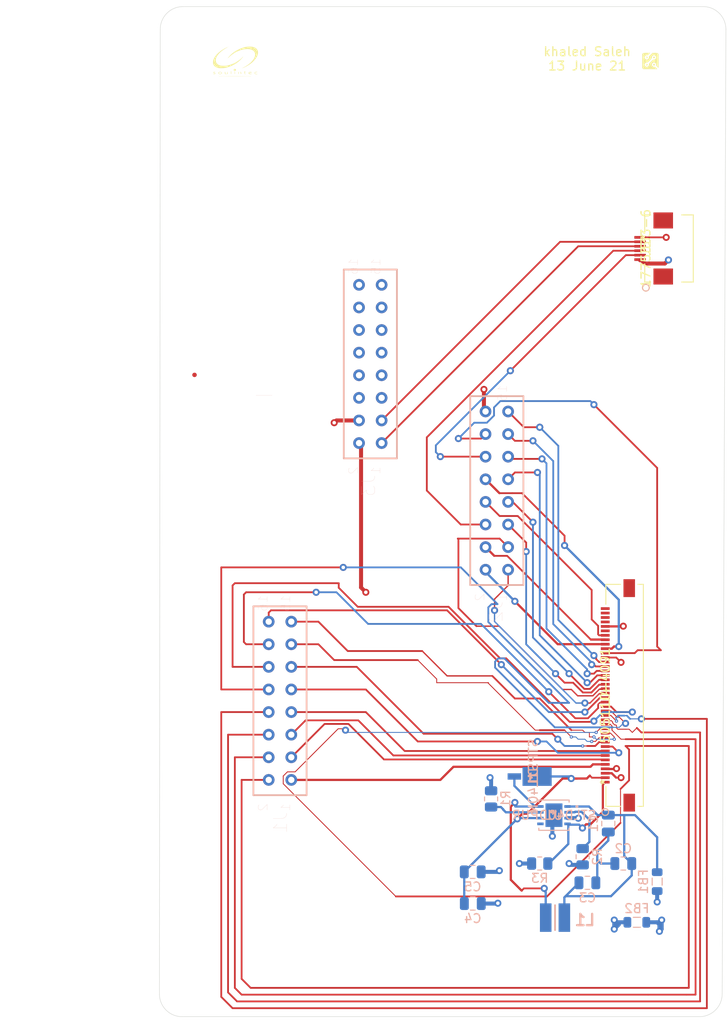
<source format=kicad_pcb>
(kicad_pcb (version 20171130) (host pcbnew "(5.1.9)-1")
  (layers (0 F.Cu signal) (1 GND power hide) (2 3V3 power) (31 B.Cu signal) (34 B.Paste user) (35 F.Paste user) (36 B.SilkS user) (37 F.SilkS user) (38 B.Mask user) (39 F.Mask user) (44 Edge.Cuts user))
  (net 0 "")
  (net 1 "Net-(C1-Pad2)")
  (net 2 "Net-(C1-Pad1)")
  (net 3 GND)
  (net 4 "Net-(D1-Pad2)")
  (net 5 +5V)
  (net 6 /LCD_B7)
  (net 7 /LCD_R7)
  (net 8 /LCD_B6)
  (net 9 /LCD_R6)
  (net 10 /LCD_B5)
  (net 11 /LCD_R5)
  (net 12 /LCD_B4)
  (net 13 /LCD_R4)
  (net 14 /LCD_B3)
  (net 15 /LCD_R3)
  (net 16 /LCD_B2)
  (net 17 /LCD_R2)
  (net 18 /LCD_B1)
  (net 19 /LCD_R1)
  (net 20 /LCD_B0)
  (net 21 /LCD_R0)
  (net 22 /LCD_G7)
  (net 23 /LCD_CLK)
  (net 24 /LCD_G6)
  (net 25 /LCD_RESET)
  (net 26 /LCD_G5)
  (net 27 /LCD_DISP)
  (net 28 /LCD_G4)
  (net 29 /LCD_DE)
  (net 30 /LCD_G3)
  (net 31 /LCD_INT)
  (net 32 /LCD_G2)
  (net 33 /LCD_VSYNC)
  (net 34 /LCD_G1)
  (net 35 /LCD_HSYNC)
  (net 36 /LCD_G0)
  (net 37 "Net-(J3-Pad16)")
  (net 38 "Net-(J3-Pad15)")
  (net 39 "Net-(J3-Pad14)")
  (net 40 "Net-(J3-Pad13)")
  (net 41 "Net-(J3-Pad12)")
  (net 42 "Net-(J3-Pad11)")
  (net 43 "Net-(J3-Pad10)")
  (net 44 "Net-(J3-Pad9)")
  (net 45 "Net-(J3-Pad8)")
  (net 46 "Net-(J3-Pad7)")
  (net 47 "Net-(J3-Pad6)")
  (net 48 "Net-(J3-Pad5)")
  (net 49 +3V3)
  (net 50 /SDA)
  (net 51 /SCL)
  (net 52 "Net-(J4-Pad40)")
  (net 53 "Net-(J4-Pad39)")
  (net 54 "Net-(J4-Pad38)")
  (net 55 "Net-(J4-Pad37)")
  (net 56 "Net-(J4-Pad35)")
  (net 57 "Net-(R1-Pad1)")
  (net 58 "Net-(R2-Pad2)")
  (net 59 "Net-(U1-Pad5)")
  (net 60 /A)
  (net 61 /K)
  (module ZIF-CONNECTOR-1775333-6:1775333-6 (layer F.Cu) (at 64.262 35.306 90)
    (fp_text reference J5 (at -1.25 0 90) (layer F.SilkS))
    (fp_text value 1775333-6 (at -1.25 0 90) (layer F.SilkS))
    (fp_text user * (at 0 0 90) (layer F.SilkS))
    (pad 8 smd rect (at 1.9 1.9523 90) (size 1.8 2.2) (layers F.Cu F.Paste F.Mask))
    (pad 7 smd rect (at -4.4 1.9523 90) (size 1.8 2.2) (layers F.Cu F.Paste F.Mask))
    (pad 6 smd rect (at 0 -0.6477 90) (size 0.3048 1.2954) (layers F.Cu F.Paste F.Mask) (net 3 GND))
    (pad 5 smd rect (at -0.499999 -0.6477 90) (size 0.3048 1.2954) (layers F.Cu F.Paste F.Mask) (net 50 /SDA))
    (pad 4 smd rect (at -1.000001 -0.6477 90) (size 0.3048 1.2954) (layers F.Cu F.Paste F.Mask) (net 51 /SCL))
    (pad 3 smd rect (at -1.5 -0.6477 90) (size 0.3048 1.2954) (layers F.Cu F.Paste F.Mask) (net 31 /LCD_INT))
    (pad 2 smd rect (at -2.000001 -0.6477 90) (size 0.3048 1.2954) (layers F.Cu F.Paste F.Mask) (net 25 /LCD_RESET))
    (pad 1 smd rect (at -2.5 -0.6477 90) (size 0.3048 1.2954) (layers F.Cu F.Paste F.Mask) (net 49 +3V3))
  )
  (module PROTOTYPE_TWO:ic (layer F.Cu) (at 64.77 15.494)
    (fp_text reference G*** hide)
    (fp_text value LOGO hide)
  )
  (module PROTOTYPE_TWO:logo (layer F.Cu) (at 18.034 15.494)
    (fp_text reference G*** hide)
    (fp_text value LOGO hide)
  )
  (module ZIF-CONNECTOR-505110-4091:505110-4091 (layer F.Cu) (at 59.69 96.52 90)
    (fp_text reference J4 (at 9.750001 0 90) (layer F.SilkS))
    (fp_text value 505110-4091 (at 9.750001 0 90) (layer F.SilkS))
    (fp_text user * (at 0 0 90) (layer F.SilkS))
    (pad 42 smd rect (at 21.800002 2.7 180) (size 1.2954 2.0066) (layers F.Cu F.Paste F.Mask))
    (pad 41 smd rect (at -2.3 2.7 180) (size 1.2954 2.0066) (layers F.Cu F.Paste F.Mask))
    (pad 40 smd rect (at 19.500002 0 90) (size 0.3048 0.9906) (layers F.Cu F.Paste F.Mask) (net 52 "Net-(J4-Pad40)"))
    (pad 39 smd rect (at 19 0 90) (size 0.3048 0.9906) (layers F.Cu F.Paste F.Mask) (net 53 "Net-(J4-Pad39)"))
    (pad 38 smd rect (at 18.500001 0 90) (size 0.3048 0.9906) (layers F.Cu F.Paste F.Mask) (net 54 "Net-(J4-Pad38)"))
    (pad 37 smd rect (at 18 0 90) (size 0.3048 0.9906) (layers F.Cu F.Paste F.Mask) (net 55 "Net-(J4-Pad37)"))
    (pad 36 smd rect (at 17.500001 0 90) (size 0.3048 0.9906) (layers F.Cu F.Paste F.Mask) (net 3 GND))
    (pad 35 smd rect (at 17.000002 0 90) (size 0.3048 0.9906) (layers F.Cu F.Paste F.Mask) (net 56 "Net-(J4-Pad35)"))
    (pad 34 smd rect (at 16.5 0 90) (size 0.3048 0.9906) (layers F.Cu F.Paste F.Mask) (net 29 /LCD_DE))
    (pad 33 smd rect (at 16.000001 0 90) (size 0.3048 0.9906) (layers F.Cu F.Paste F.Mask) (net 33 /LCD_VSYNC))
    (pad 32 smd rect (at 15.5 0 90) (size 0.3048 0.9906) (layers F.Cu F.Paste F.Mask) (net 35 /LCD_HSYNC))
    (pad 31 smd rect (at 15.000001 0 90) (size 0.3048 0.9906) (layers F.Cu F.Paste F.Mask) (net 27 /LCD_DISP))
    (pad 30 smd rect (at 14.500002 0 90) (size 0.3048 0.9906) (layers F.Cu F.Paste F.Mask) (net 23 /LCD_CLK))
    (pad 29 smd rect (at 14 0 90) (size 0.3048 0.9906) (layers F.Cu F.Paste F.Mask) (net 3 GND))
    (pad 28 smd rect (at 13.500001 0 90) (size 0.3048 0.9906) (layers F.Cu F.Paste F.Mask) (net 6 /LCD_B7))
    (pad 27 smd rect (at 13.000002 0 90) (size 0.3048 0.9906) (layers F.Cu F.Paste F.Mask) (net 8 /LCD_B6))
    (pad 26 smd rect (at 12.500001 0 90) (size 0.3048 0.9906) (layers F.Cu F.Paste F.Mask) (net 10 /LCD_B5))
    (pad 25 smd rect (at 12.000002 0 90) (size 0.3048 0.9906) (layers F.Cu F.Paste F.Mask) (net 12 /LCD_B4))
    (pad 24 smd rect (at 11.5 0 90) (size 0.3048 0.9906) (layers F.Cu F.Paste F.Mask) (net 14 /LCD_B3))
    (pad 23 smd rect (at 11.000001 0 90) (size 0.3048 0.9906) (layers F.Cu F.Paste F.Mask) (net 16 /LCD_B2))
    (pad 22 smd rect (at 10.500002 0 90) (size 0.3048 0.9906) (layers F.Cu F.Paste F.Mask) (net 18 /LCD_B1))
    (pad 21 smd rect (at 10 0 90) (size 0.3048 0.9906) (layers F.Cu F.Paste F.Mask) (net 20 /LCD_B0))
    (pad 20 smd rect (at 9.500001 0 90) (size 0.3048 0.9906) (layers F.Cu F.Paste F.Mask) (net 22 /LCD_G7))
    (pad 19 smd rect (at 9 0 90) (size 0.3048 0.9906) (layers F.Cu F.Paste F.Mask) (net 24 /LCD_G6))
    (pad 18 smd rect (at 8.500001 0 90) (size 0.3048 0.9906) (layers F.Cu F.Paste F.Mask) (net 26 /LCD_G5))
    (pad 17 smd rect (at 8.000002 0 90) (size 0.3048 0.9906) (layers F.Cu F.Paste F.Mask) (net 28 /LCD_G4))
    (pad 16 smd rect (at 7.5 0 90) (size 0.3048 0.9906) (layers F.Cu F.Paste F.Mask) (net 30 /LCD_G3))
    (pad 15 smd rect (at 7.000001 0 90) (size 0.3048 0.9906) (layers F.Cu F.Paste F.Mask) (net 32 /LCD_G2))
    (pad 14 smd rect (at 6.5 0 90) (size 0.3048 0.9906) (layers F.Cu F.Paste F.Mask) (net 34 /LCD_G1))
    (pad 13 smd rect (at 6.000001 0 90) (size 0.3048 0.9906) (layers F.Cu F.Paste F.Mask) (net 36 /LCD_G0))
    (pad 12 smd rect (at 5.500002 0 90) (size 0.3048 0.9906) (layers F.Cu F.Paste F.Mask) (net 7 /LCD_R7))
    (pad 11 smd rect (at 5 0 90) (size 0.3048 0.9906) (layers F.Cu F.Paste F.Mask) (net 9 /LCD_R6))
    (pad 10 smd rect (at 4.500001 0 90) (size 0.3048 0.9906) (layers F.Cu F.Paste F.Mask) (net 11 /LCD_R5))
    (pad 9 smd rect (at 4 0 90) (size 0.3048 0.9906) (layers F.Cu F.Paste F.Mask) (net 13 /LCD_R4))
    (pad 8 smd rect (at 3.500001 0 90) (size 0.3048 0.9906) (layers F.Cu F.Paste F.Mask) (net 15 /LCD_R3))
    (pad 7 smd rect (at 3.000002 0 90) (size 0.3048 0.9906) (layers F.Cu F.Paste F.Mask) (net 17 /LCD_R2))
    (pad 6 smd rect (at 2.5 0 90) (size 0.3048 0.9906) (layers F.Cu F.Paste F.Mask) (net 19 /LCD_R1))
    (pad 5 smd rect (at 2.000001 0 90) (size 0.3048 0.9906) (layers F.Cu F.Paste F.Mask) (net 21 /LCD_R0))
    (pad 4 smd rect (at 1.5 0 90) (size 0.3048 0.9906) (layers F.Cu F.Paste F.Mask) (net 49 +3V3))
    (pad 3 smd rect (at 1.000001 0 90) (size 0.3048 0.9906) (layers F.Cu F.Paste F.Mask) (net 3 GND))
    (pad 2 smd rect (at 0.500002 0 90) (size 0.3048 0.9906) (layers F.Cu F.Paste F.Mask) (net 60 /A))
    (pad 1 smd rect (at 0 0 90) (size 0.3048 0.9906) (layers F.Cu F.Paste F.Mask) (net 61 /K))
  )
  (module Fiducial:Fiducial_0.5mm_Mask1.5mm (layer F.Cu) (at 13.5 50.76)
    (fp_text reference * hide)
    (fp_text value Fiducial_0.5mm_Mask1.5mm)
    (pad "" smd circle (at 0 0) (size 0.5 0.5) (layers F.Cu F.Mask) (clearance 0.5))
  )
  (module Resistor_SMD:R_0805_2012Metric (layer B.Cu) (at 52.324 105.664)
    (fp_text reference R3 (at 0 1.65 180) (layer B.SilkS) (effects (justify mirror)))
    (fp_text value 10K)
    (pad 2 smd roundrect (at 0.9125 0) (size 1.025 1.4) (layers B.Cu B.Paste B.Mask) (roundrect_rratio 0.2439004878048781) (net 61 /K))
    (pad 1 smd roundrect (at -0.9125 0) (size 1.025 1.4) (layers B.Cu B.Paste B.Mask) (roundrect_rratio 0.2439004878048781) (net 3 GND))
  )
  (module Resistor_SMD:R_0805_2012Metric (layer B.Cu) (at 57.15 104.902 90)
    (fp_text reference R2 (at 0 1.65 270) (layer B.SilkS) (effects (justify mirror)))
    (fp_text value 100K)
    (pad 2 smd roundrect (at 0.9125 0 90) (size 1.025 1.4) (layers B.Cu B.Paste B.Mask) (roundrect_rratio 0.2439004878048781) (net 58 "Net-(R2-Pad2)"))
    (pad 1 smd roundrect (at -0.9125 0 90) (size 1.025 1.4) (layers B.Cu B.Paste B.Mask) (roundrect_rratio 0.2439004878048781) (net 3 GND))
  )
  (module Resistor_SMD:R_0805_2012Metric (layer B.Cu) (at 46.856 98.402 90)
    (fp_text reference R1 (at 0 1.65 90) (layer B.SilkS) (effects (justify mirror)))
    (fp_text value 4K7)
    (pad 2 smd roundrect (at 0.9125 0 90) (size 1.025 1.4) (layers B.Cu B.Paste B.Mask) (roundrect_rratio 0.2439004878048781) (net 5 +5V))
    (pad 1 smd roundrect (at -0.9125 0 90) (size 1.025 1.4) (layers B.Cu B.Paste B.Mask) (roundrect_rratio 0.2439004878048781) (net 57 "Net-(R1-Pad1)"))
  )
  (module Capacitor_SMD:C_0805_2012Metric (layer B.Cu) (at 44.796 110.162)
    (fp_text reference C4 (at 0 1.68) (layer B.SilkS) (effects (justify mirror)))
    (fp_text value 4.7uF)
    (pad 2 smd roundrect (at 0.95 0) (size 1 1.45) (layers B.Cu B.Paste B.Mask) (net 3 GND))
    (pad 1 smd roundrect (at -0.95 0) (size 1 1.45) (layers B.Cu B.Paste B.Mask) (net 60 /A))
  )
  (module Capacitor_SMD:C_0805_2012Metric (layer B.Cu) (at 57.686 107.832)
    (fp_text reference C3 (at 0 1.68 180) (layer B.SilkS) (effects (justify mirror)))
    (fp_text value 4.7uF)
    (pad 2 smd roundrect (at 0.95 0) (size 1 1.45) (layers B.Cu B.Paste B.Mask) (net 1 "Net-(C1-Pad2)"))
    (pad 1 smd roundrect (at -0.95 0) (size 1 1.45) (layers B.Cu B.Paste B.Mask) (net 2 "Net-(C1-Pad1)"))
  )
  (module BACKLIGHT:STLD40DPUR (layer B.Cu) (at 53.926 100.232 180)
    (fp_text reference U1 (at 0 0 180) (layer B.SilkS) (effects (justify mirror)))
    (fp_text value STLD40DPUR (at 0 0 180) (layer B.SilkS) (effects (justify mirror)))
    (fp_text user * (at 0 0 180) (layer B.SilkS) (effects (justify mirror)))
    (pad 9 smd rect (at 0 0 180) (size 1.905 2.6416) (layers B.Cu B.Paste B.Mask) (net 3 GND))
    (pad 8 smd rect (at 1.524 0.974979 180) (size 0.7112 0.3048) (layers B.Cu B.Paste B.Mask) (net 4 "Net-(D1-Pad2)"))
    (pad 7 smd rect (at 1.524 0.324993 180) (size 0.7112 0.3048) (layers B.Cu B.Paste B.Mask) (net 57 "Net-(R1-Pad1)"))
    (pad 6 smd rect (at 1.524 -0.324993 180) (size 0.7112 0.3048) (layers B.Cu B.Paste B.Mask) (net 60 /A))
    (pad 5 smd rect (at 1.524 -0.974979 180) (size 0.7112 0.3048) (layers B.Cu B.Paste B.Mask) (net 59 "Net-(U1-Pad5)"))
    (pad 4 smd rect (at -1.524 -0.974979 180) (size 0.7112 0.3048) (layers B.Cu B.Paste B.Mask) (net 61 /K))
    (pad 3 smd rect (at -1.524 -0.324993 180) (size 0.7112 0.3048) (layers B.Cu B.Paste B.Mask) (net 3 GND))
    (pad 2 smd rect (at -1.524 0.324993 180) (size 0.7112 0.3048) (layers B.Cu B.Paste B.Mask) (net 58 "Net-(R2-Pad2)"))
    (pad 1 smd rect (at -1.524 0.974979 180) (size 0.7112 0.3048) (layers B.Cu B.Paste B.Mask) (net 2 "Net-(C1-Pad1)"))
  )
  (module proto_1:INDC3030X200N (layer B.Cu) (at 54.046 111.742 180)
    (fp_text reference L1 (at -3.358 -0.272) (layer B.SilkS) (effects (font (size 1.27 1.27) (thickness 0.254)) (justify mirror)))
    (fp_text value 4.7uH hide)
    (pad 1 smd rect (at -1.05 0 180) (size 1.3 3.2) (layers B.Cu B.Paste B.Mask) (net 2 "Net-(C1-Pad1)"))
    (pad 2 smd rect (at 1.05 0 180) (size 1.3 3.2) (layers B.Cu B.Paste B.Mask) (net 4 "Net-(D1-Pad2)"))
  )
  (module female:SAMTEC-HLE-108-02-X-DV-TE (layer B.Cu) (at 33.274 49.53 90)
    (fp_text reference J3 (at -13.67 -0.2 270) (layer B.SilkS) (effects (font (size 1.5 1.5) (thickness 0.015)) (justify mirror)))
    (fp_text value SAMTEC-HLE-108-02-X-DV-TE)
    (fp_text user 16 (at 10.951 -1.905 270) (layer B.SilkS) (effects (font (thickness 0.015)) (justify mirror)))
    (fp_text user 15 (at 10.951 0.635 270) (layer B.SilkS) (effects (font (thickness 0.015)) (justify mirror)))
    (fp_text user 2 (at -11.98 -1.905 270) (layer B.SilkS) (effects (font (thickness 0.015)) (justify mirror)))
    (fp_text user 1 (at -11.98 0.635 270) (layer B.SilkS) (effects (font (thickness 0.015)) (justify mirror)))
    (pad 16 thru_hole circle (at 8.89 -1.27 90) (size 1.31 1.31) (drill 0.71) (layers *.Cu) (net 37 "Net-(J3-Pad16)"))
    (pad 15 thru_hole circle (at 8.89 1.27 90) (size 1.31 1.31) (drill 0.71) (layers *.Cu) (net 38 "Net-(J3-Pad15)"))
    (pad 14 thru_hole circle (at 6.35 -1.27 90) (size 1.31 1.31) (drill 0.71) (layers *.Cu) (net 39 "Net-(J3-Pad14)"))
    (pad 13 thru_hole circle (at 6.35 1.27 90) (size 1.31 1.31) (drill 0.71) (layers *.Cu) (net 40 "Net-(J3-Pad13)"))
    (pad 12 thru_hole circle (at 3.81 -1.27 90) (size 1.31 1.31) (drill 0.71) (layers *.Cu) (net 41 "Net-(J3-Pad12)"))
    (pad 11 thru_hole circle (at 3.81 1.27 90) (size 1.31 1.31) (drill 0.71) (layers *.Cu) (net 42 "Net-(J3-Pad11)"))
    (pad 10 thru_hole circle (at 1.27 -1.27 90) (size 1.31 1.31) (drill 0.71) (layers *.Cu) (net 43 "Net-(J3-Pad10)"))
    (pad 9 thru_hole circle (at 1.27 1.27 90) (size 1.31 1.31) (drill 0.71) (layers *.Cu) (net 44 "Net-(J3-Pad9)"))
    (pad 8 thru_hole circle (at -1.27 -1.27 90) (size 1.31 1.31) (drill 0.71) (layers *.Cu) (net 45 "Net-(J3-Pad8)"))
    (pad 7 thru_hole circle (at -1.27 1.27 90) (size 1.31 1.31) (drill 0.71) (layers *.Cu) (net 46 "Net-(J3-Pad7)"))
    (pad 6 thru_hole circle (at -3.81 -1.27 90) (size 1.31 1.31) (drill 0.71) (layers *.Cu) (net 47 "Net-(J3-Pad6)"))
    (pad 5 thru_hole circle (at -3.81 1.27 90) (size 1.31 1.31) (drill 0.71) (layers *.Cu) (net 48 "Net-(J3-Pad5)"))
    (pad 4 thru_hole circle (at -6.35 -1.27 90) (size 1.31 1.31) (drill 0.71) (layers *.Cu) (net 49 +3V3))
    (pad 3 thru_hole circle (at -6.35 1.27 90) (size 1.31 1.31) (drill 0.71) (layers *.Cu) (net 50 /SDA))
    (pad 2 thru_hole circle (at -8.89 -1.27 90) (size 1.31 1.31) (drill 0.71) (layers *.Cu) (net 5 +5V))
    (pad 1 thru_hole circle (at -8.89 1.27 90) (size 1.31 1.31) (drill 0.71) (layers *.Cu) (net 51 /SCL))
  )
  (module female:SAMTEC-HLE-108-02-X-DV-TE (layer B.Cu) (at 47.5 63.76 90)
    (fp_text reference J2 (at -13.63 -0.09 270) (layer B.SilkS) (effects (font (size 1.5 1.5) (thickness 0.015)) (justify mirror)))
    (fp_text value SAMTEC-HLE-108-02-X-DV-TE)
    (fp_text user 15 (at 10.951 0.635 270) (layer B.SilkS) (effects (font (thickness 0.015)) (justify mirror)))
    (fp_text user 2 (at -11.98 -1.905 270) (layer B.SilkS) (effects (font (thickness 0.015)) (justify mirror)))
    (fp_text user 1 (at -11.98 0.635 270) (layer B.SilkS) (effects (font (thickness 0.015)) (justify mirror)))
    (pad 16 thru_hole circle (at 8.89 -1.27 90) (size 1.31 1.31) (drill 0.71) (layers *.Cu) (net 3 GND))
    (pad 15 thru_hole circle (at 8.89 1.27 90) (size 1.31 1.31) (drill 0.71) (layers *.Cu) (net 6 /LCD_B7))
    (pad 14 thru_hole circle (at 6.35 -1.27 90) (size 1.31 1.31) (drill 0.71) (layers *.Cu) (net 23 /LCD_CLK))
    (pad 13 thru_hole circle (at 6.35 1.27 90) (size 1.31 1.31) (drill 0.71) (layers *.Cu) (net 8 /LCD_B6))
    (pad 12 thru_hole circle (at 3.81 -1.27 90) (size 1.31 1.31) (drill 0.71) (layers *.Cu) (net 25 /LCD_RESET))
    (pad 11 thru_hole circle (at 3.81 1.27 90) (size 1.31 1.31) (drill 0.71) (layers *.Cu) (net 10 /LCD_B5))
    (pad 10 thru_hole circle (at 1.27 -1.27 90) (size 1.31 1.31) (drill 0.71) (layers *.Cu) (net 27 /LCD_DISP))
    (pad 9 thru_hole circle (at 1.27 1.27 90) (size 1.31 1.31) (drill 0.71) (layers *.Cu) (net 12 /LCD_B4))
    (pad 8 thru_hole circle (at -1.27 -1.27 90) (size 1.31 1.31) (drill 0.71) (layers *.Cu) (net 29 /LCD_DE))
    (pad 7 thru_hole circle (at -1.27 1.27 90) (size 1.31 1.31) (drill 0.71) (layers *.Cu) (net 14 /LCD_B3))
    (pad 6 thru_hole circle (at -3.81 -1.27 90) (size 1.31 1.31) (drill 0.71) (layers *.Cu) (net 31 /LCD_INT))
    (pad 5 thru_hole circle (at -3.81 1.27 90) (size 1.31 1.31) (drill 0.71) (layers *.Cu) (net 16 /LCD_B2))
    (pad 4 thru_hole circle (at -6.35 -1.27 90) (size 1.31 1.31) (drill 0.71) (layers *.Cu) (net 33 /LCD_VSYNC))
    (pad 3 thru_hole circle (at -6.35 1.27 90) (size 1.31 1.31) (drill 0.71) (layers *.Cu) (net 18 /LCD_B1))
    (pad 2 thru_hole circle (at -8.89 -1.27 90) (size 1.31 1.31) (drill 0.71) (layers *.Cu) (net 35 /LCD_HSYNC))
    (pad 1 thru_hole circle (at -8.89 1.27 90) (size 1.31 1.31) (drill 0.71) (layers *.Cu) (net 20 /LCD_B0))
  )
  (module female:SAMTEC-HLE-108-02-X-DV-TE (layer B.Cu) (at 23.114 87.376 90)
    (fp_text reference J1 (at -13.71 0.04 270) (layer B.SilkS) (effects (font (size 1.5 1.5) (thickness 0.015)) (justify mirror)))
    (fp_text value SAMTEC-HLE-108-02-X-DV-TE)
    (fp_text user 16 (at 10.951 -1.905 270) (layer B.SilkS) (effects (font (thickness 0.015)) (justify mirror)))
    (fp_text user 15 (at 10.951 0.635 270) (layer B.SilkS) (effects (font (thickness 0.015)) (justify mirror)))
    (fp_text user 2 (at -11.98 -1.905 270) (layer B.SilkS) (effects (font (thickness 0.015)) (justify mirror)))
    (fp_text user 1 (at -11.98 0.635 270) (layer B.SilkS) (effects (font (thickness 0.015)) (justify mirror)))
    (pad 16 thru_hole circle (at 8.89 -1.27 90) (size 1.31 1.31) (drill 0.71) (layers *.Cu) (net 22 /LCD_G7))
    (pad 15 thru_hole circle (at 8.89 1.27 90) (size 1.31 1.31) (drill 0.71) (layers *.Cu) (net 7 /LCD_R7))
    (pad 14 thru_hole circle (at 6.35 -1.27 90) (size 1.31 1.31) (drill 0.71) (layers *.Cu) (net 24 /LCD_G6))
    (pad 13 thru_hole circle (at 6.35 1.27 90) (size 1.31 1.31) (drill 0.71) (layers *.Cu) (net 9 /LCD_R6))
    (pad 12 thru_hole circle (at 3.81 -1.27 90) (size 1.31 1.31) (drill 0.71) (layers *.Cu) (net 26 /LCD_G5))
    (pad 11 thru_hole circle (at 3.81 1.27 90) (size 1.31 1.31) (drill 0.71) (layers *.Cu) (net 11 /LCD_R5))
    (pad 10 thru_hole circle (at 1.27 -1.27 90) (size 1.31 1.31) (drill 0.71) (layers *.Cu) (net 28 /LCD_G4))
    (pad 9 thru_hole circle (at 1.27 1.27 90) (size 1.31 1.31) (drill 0.71) (layers *.Cu) (net 13 /LCD_R4))
    (pad 8 thru_hole circle (at -1.27 -1.27 90) (size 1.31 1.31) (drill 0.71) (layers *.Cu) (net 30 /LCD_G3))
    (pad 7 thru_hole circle (at -1.27 1.27 90) (size 1.31 1.31) (drill 0.71) (layers *.Cu) (net 15 /LCD_R3))
    (pad 6 thru_hole circle (at -3.81 -1.27 90) (size 1.31 1.31) (drill 0.71) (layers *.Cu) (net 32 /LCD_G2))
    (pad 5 thru_hole circle (at -3.81 1.27 90) (size 1.31 1.31) (drill 0.71) (layers *.Cu) (net 17 /LCD_R2))
    (pad 4 thru_hole circle (at -6.35 -1.27 90) (size 1.31 1.31) (drill 0.71) (layers *.Cu) (net 34 /LCD_G1))
    (pad 3 thru_hole circle (at -6.35 1.27 90) (size 1.31 1.31) (drill 0.71) (layers *.Cu) (net 19 /LCD_R1))
    (pad 2 thru_hole circle (at -8.89 -1.27 90) (size 1.31 1.31) (drill 0.71) (layers *.Cu) (net 36 /LCD_G0))
    (pad 1 thru_hole circle (at -8.89 1.27 90) (size 1.31 1.31) (drill 0.71) (layers *.Cu) (net 21 /LCD_R0))
  )
  (module Inductor_SMD:L_0805_2012Metric (layer B.Cu) (at 63.246 112.268 180)
    (fp_text reference FB2 (at 0 1.55) (layer B.SilkS) (effects (justify mirror)))
    (fp_text value Ferrite_Bead_Small)
    (pad 2 smd roundrect (at 1.0625 0 180) (size 0.875 1.2) (layers B.Cu B.Paste B.Mask) (net 3 GND))
    (pad 1 smd roundrect (at -1.0625 0 180) (size 0.875 1.2) (layers B.Cu B.Paste B.Mask) (net 3 GND))
  )
  (module Inductor_SMD:L_0805_2012Metric (layer B.Cu) (at 65.532 107.696 270)
    (fp_text reference FB1 (at 0 1.55 90) (layer B.SilkS) (effects (justify mirror)))
    (fp_text value Ferrite_Bead_Small)
    (pad 2 smd roundrect (at 1.0625 0 270) (size 0.875 1.2) (layers B.Cu B.Paste B.Mask) (net 5 +5V))
    (pad 1 smd roundrect (at -1.0625 0 270) (size 0.875 1.2) (layers B.Cu B.Paste B.Mask) (net 2 "Net-(C1-Pad1)"))
  )
  (module SHOTTKEY:STPS1L40M (layer B.Cu) (at 51.596 95.882 90)
    (fp_text reference D1 (at 0 0 90) (layer B.SilkS) (effects (justify mirror)))
    (fp_text value STPS1L40M (at 0 0 90) (layer B.SilkS) (effects (justify mirror)))
    (fp_text user * (at 0 0 90) (layer B.SilkS) (effects (justify mirror)))
    (fp_text user * (at 0 0 90) (layer B.SilkS) (effects (justify mirror)))
    (pad 2 smd rect (at 0 -2.1209 90) (size 0.7112 1.524) (layers B.Cu B.Paste B.Mask) (net 4 "Net-(D1-Pad2)"))
    (pad 1 smd rect (at 0 0.4318 90) (size 2.1082 3.2766) (layers B.Cu B.Paste B.Mask) (net 60 /A))
  )
  (module Capacitor_SMD:C_0805_2012Metric (layer B.Cu) (at 44.786 106.602)
    (fp_text reference C5 (at 0 1.68) (layer B.SilkS) (effects (justify mirror)))
    (fp_text value "10 nF")
    (pad 2 smd roundrect (at 0.95 0) (size 1 1.45) (layers B.Cu B.Paste B.Mask) (net 3 GND))
    (pad 1 smd roundrect (at -0.95 0) (size 1 1.45) (layers B.Cu B.Paste B.Mask) (net 60 /A))
  )
  (module Capacitor_SMD:C_0805_2012Metric (layer B.Cu) (at 61.722 105.664 180)
    (fp_text reference C2 (at 0 1.68) (layer B.SilkS) (effects (justify mirror)))
    (fp_text value "10 nF")
    (pad 2 smd roundrect (at 0.95 0 180) (size 1 1.45) (layers B.Cu B.Paste B.Mask) (net 1 "Net-(C1-Pad2)"))
    (pad 1 smd roundrect (at -0.95 0 180) (size 1 1.45) (layers B.Cu B.Paste B.Mask) (net 2 "Net-(C1-Pad1)"))
  )
  (module Capacitor_SMD:C_0805_2012Metric (layer B.Cu) (at 60.036 101.172 270)
    (fp_text reference C1 (at 0 1.68 270) (layer B.SilkS) (effects (justify mirror)))
    (fp_text value "100 nF")
    (pad 2 smd roundrect (at 0.95 0 270) (size 1 1.45) (layers B.Cu B.Paste B.Mask) (net 1 "Net-(C1-Pad2)"))
    (pad 1 smd roundrect (at -0.95 0 270) (size 1 1.45) (layers B.Cu B.Paste B.Mask) (net 2 "Net-(C1-Pad1)"))
  )
  (gr_text "khaled Saleh\n13 June 21\n" (at 57.658 15.24) (layer F.SilkS) (effects (font (size 1 1))))
  (gr_line (start 12.092699 122.870467) (end 70.279239 122.870467) (layer Edge.Cuts) (width 0.05))
  (gr_line (start 70.70876 9.37876) (end 12.182699 9.37876) (layer Edge.Cuts) (width 0.05))
  (gr_line (start 9.556478 120.340616) (end 9.647765 11.916846) (layer Edge.Cuts) (width 0.05))
  (gr_line (start 72.844648 120.311379) (end 73.264 11.934) (layer Edge.Cuts) (width 0.05))
  (gr_line (start 20.4 53.05) (end 22.24 53.05) (layer B.SilkS) (width 0.012))
  (gr_arc (start 70.70876 11.934) (end 73.264 11.934) (angle -90) (layer Edge.Cuts) (width 0.05))
  (gr_arc (start 70.286858 120.312688) (end 70.279239 122.870467) (angle -90.2) (layer Edge.Cuts) (width 0.05))
  (gr_arc (start 12.093937 120.332997) (end 9.556478 120.340616) (angle -89.8) (layer Edge.Cuts) (width 0.05))
  (gr_arc (start 12.195398 11.926379) (end 12.182699 9.37876) (angle -89.5) (layer Edge.Cuts) (width 0.05))
  (segment (start 58.796 107.672) (end 58.636 107.832) (width 0.25) (layer B.Cu) (net 1))
  (segment (start 60.036 103.082) (end 58.796 104.322) (width 0.25) (layer B.Cu) (net 1))
  (segment (start 60.036 102.122) (end 60.036 103.082) (width 0.25) (layer B.Cu) (net 1))
  (segment (start 59.182 105.664) (end 58.796 105.278) (width 0.25) (layer B.Cu) (net 1))
  (segment (start 60.772 105.664) (end 59.182 105.664) (width 0.25) (layer B.Cu) (net 1))
  (segment (start 58.796 105.278) (end 58.796 107.672) (width 0.25) (layer B.Cu) (net 1))
  (segment (start 58.796 104.322) (end 58.796 105.278) (width 0.25) (layer B.Cu) (net 1))
  (segment (start 55.45 99.257021) (end 57.861021 99.257021) (width 0.25) (layer B.Cu) (net 2))
  (segment (start 58.826 100.222) (end 60.036 100.222) (width 0.25) (layer B.Cu) (net 2))
  (segment (start 56.896 107.672) (end 56.736 107.832) (width 0.25) (layer B.Cu) (net 2))
  (segment (start 58.746 100.142) (end 58.471 99.867) (width 0.25) (layer B.Cu) (net 2))
  (segment (start 58.471 99.867) (end 58.826 100.222) (width 0.25) (layer B.Cu) (net 2))
  (segment (start 57.861021 99.257021) (end 58.471 99.867) (width 0.25) (layer B.Cu) (net 2))
  (segment (start 55.096 109.472) (end 55.096 111.742) (width 0.25) (layer B.Cu) (net 2))
  (segment (start 61.83 104.822) (end 61.83 100.222) (width 0.25) (layer B.Cu) (net 2))
  (segment (start 62.672 105.664) (end 61.83 104.822) (width 0.25) (layer B.Cu) (net 2))
  (segment (start 60.036 100.222) (end 61.83 100.222) (width 0.25) (layer B.Cu) (net 2))
  (segment (start 62.672 105.664) (end 62.672 107) (width 0.25) (layer B.Cu) (net 2))
  (segment (start 60.337 109.335) (end 55.233 109.335) (width 0.25) (layer B.Cu) (net 2))
  (segment (start 62.672 107) (end 60.337 109.335) (width 0.25) (layer B.Cu) (net 2))
  (segment (start 55.233 109.335) (end 55.096 109.472) (width 0.25) (layer B.Cu) (net 2))
  (segment (start 56.736 107.832) (end 55.233 109.335) (width 0.25) (layer B.Cu) (net 2))
  (segment (start 63.0385 100.222) (end 61.83 100.222) (width 0.25) (layer B.Cu) (net 2))
  (segment (start 65.532 102.7155) (end 63.0385 100.222) (width 0.25) (layer B.Cu) (net 2))
  (segment (start 65.532 106.6335) (end 65.532 102.7155) (width 0.25) (layer B.Cu) (net 2))
  (via blind (at 46.05 52.39) (size 0.8) (drill 0.4) (layers F.Cu GND) (net 3))
  (via blind (at 61.722 78.994) (size 0.8) (drill 0.4) (layers F.Cu GND) (net 3))
  (segment (start 46.05 54.69) (end 46.23 54.87) (width 0.45) (layer F.Cu) (net 3))
  (segment (start 46.05 52.39) (end 46.05 54.69) (width 0.45) (layer F.Cu) (net 3))
  (via blind (at 56.666 100.572) (size 0.8) (drill 0.4) (layers GND B.Cu) (net 3))
  (segment (start 55.45 100.556993) (end 56.621007 100.556993) (width 0.45) (layer B.Cu) (net 3))
  (via blind (at 53.746 102.592) (size 0.8) (drill 0.4) (layers GND B.Cu) (net 3))
  (segment (start 53.746 100.412) (end 53.926 100.232) (width 0.45) (layer B.Cu) (net 3))
  (segment (start 53.746 102.592) (end 53.746 100.412) (width 0.45) (layer B.Cu) (net 3))
  (via blind (at 47.786 106.462) (size 0.8) (drill 0.4) (layers GND B.Cu) (net 3))
  (via blind (at 47.616 110.122) (size 0.8) (drill 0.4) (layers GND B.Cu) (net 3))
  (segment (start 47.646 106.602) (end 47.786 106.462) (width 0.45) (layer B.Cu) (net 3))
  (segment (start 45.736 106.602) (end 47.646 106.602) (width 0.45) (layer B.Cu) (net 3))
  (segment (start 47.576 110.162) (end 47.616 110.122) (width 0.45) (layer B.Cu) (net 3))
  (segment (start 45.746 110.162) (end 47.576 110.162) (width 0.45) (layer B.Cu) (net 3))
  (via blind (at 50.038 105.664) (size 0.8) (drill 0.4) (layers GND B.Cu) (net 3))
  (segment (start 51.4115 105.664) (end 50.038 105.664) (width 0.45) (layer B.Cu) (net 3))
  (via blind (at 55.626 105.664) (size 0.8) (drill 0.4) (layers GND B.Cu) (net 3))
  (segment (start 55.7765 105.8145) (end 55.626 105.664) (width 0.45) (layer B.Cu) (net 3))
  (segment (start 57.15 105.8145) (end 55.7765 105.8145) (width 0.45) (layer B.Cu) (net 3))
  (via blind (at 60.706 112.014) (size 0.8) (drill 0.4) (layers GND B.Cu) (net 3))
  (via blind (at 60.706 113.03) (size 0.8) (drill 0.4) (layers GND B.Cu) (net 3))
  (via blind (at 65.786 113.284) (size 0.8) (drill 0.4) (layers GND B.Cu) (net 3))
  (via blind (at 66.04 112.014) (size 0.8) (drill 0.4) (layers GND B.Cu) (net 3))
  (segment (start 65.786 112.268) (end 66.04 112.014) (width 0.45) (layer B.Cu) (net 3))
  (segment (start 66.04 113.03) (end 65.786 113.284) (width 0.45) (layer B.Cu) (net 3))
  (segment (start 66.04 112.014) (end 66.04 113.03) (width 0.45) (layer B.Cu) (net 3))
  (segment (start 60.96 112.268) (end 60.706 112.014) (width 0.45) (layer B.Cu) (net 3))
  (segment (start 60.706 112.014) (end 60.706 113.03) (width 0.45) (layer B.Cu) (net 3))
  (segment (start 60.706 113.03) (end 61.214 112.522) (width 0.45) (layer B.Cu) (net 3))
  (segment (start 61.214 112.522) (end 61.214 112.268) (width 0.45) (layer B.Cu) (net 3))
  (segment (start 61.214 112.268) (end 60.96 112.268) (width 0.45) (layer B.Cu) (net 3))
  (segment (start 62.1835 112.268) (end 61.214 112.268) (width 0.45) (layer B.Cu) (net 3))
  (segment (start 65.786 113.284) (end 65.786 112.522) (width 0.45) (layer B.Cu) (net 3))
  (segment (start 65.532 112.268) (end 65.786 112.268) (width 0.45) (layer B.Cu) (net 3))
  (segment (start 65.786 112.522) (end 65.532 112.268) (width 0.45) (layer B.Cu) (net 3))
  (segment (start 64.3085 112.268) (end 65.532 112.268) (width 0.45) (layer B.Cu) (net 3))
  (via blind (at 61.468 96.012) (size 0.8) (drill 0.4) (layers F.Cu GND) (net 3))
  (segment (start 60.422703 95.519999) (end 60.914704 96.012) (width 0.25) (layer F.Cu) (net 3))
  (segment (start 59.69 95.519999) (end 60.422703 95.519999) (width 0.25) (layer F.Cu) (net 3))
  (via blind (at 61.468 83.058) (size 0.8) (drill 0.4) (layers F.Cu GND) (net 3))
  (segment (start 61.696001 79.019999) (end 61.722 78.994) (width 0.25) (layer F.Cu) (net 3))
  (segment (start 59.69 79.019999) (end 61.696001 79.019999) (width 0.25) (layer F.Cu) (net 3))
  (segment (start 61.468 96.012) (end 60.914704 96.012) (width 0.2) (layer F.Cu) (net 3))
  (segment (start 60.93 82.52) (end 61.468 83.058) (width 0.2) (layer F.Cu) (net 3))
  (segment (start 59.69 82.52) (end 60.93 82.52) (width 0.2) (layer F.Cu) (net 3))
  (via blind (at 66.548 35.306) (size 0.8) (drill 0.4) (layers F.Cu GND) (net 3))
  (segment (start 63.6143 35.306) (end 66.548 35.306) (width 0.2) (layer F.Cu) (net 3))
  (via (at 52.832 108.458) (size 0.8) (drill 0.4) (layers F.Cu B.Cu) (net 4))
  (via (at 49.53 98.806) (size 0.8) (drill 0.4) (layers F.Cu B.Cu) (net 4))
  (segment (start 49.4751 96.935721) (end 49.4751 95.882) (width 0.25) (layer B.Cu) (net 4))
  (segment (start 51.7964 99.257021) (end 49.4751 96.935721) (width 0.25) (layer B.Cu) (net 4))
  (segment (start 52.402 99.257021) (end 51.7964 99.257021) (width 0.25) (layer B.Cu) (net 4))
  (segment (start 52.996 108.876) (end 52.832 108.712) (width 0.25) (layer B.Cu) (net 4))
  (segment (start 52.996 111.742) (end 52.996 108.876) (width 0.25) (layer B.Cu) (net 4))
  (segment (start 49.586979 98.862979) (end 49.53 98.806) (width 0.25) (layer B.Cu) (net 4))
  (segment (start 49.586979 99.257021) (end 49.586979 98.862979) (width 0.25) (layer B.Cu) (net 4))
  (segment (start 51.7964 99.257021) (end 49.586979 99.257021) (width 0.25) (layer B.Cu) (net 4))
  (segment (start 49.070999 99.265001) (end 49.53 98.806) (width 0.25) (layer F.Cu) (net 4))
  (segment (start 49.070999 107.490999) (end 49.070999 99.265001) (width 0.25) (layer F.Cu) (net 4))
  (segment (start 50.292 108.712) (end 49.070999 107.490999) (width 0.25) (layer F.Cu) (net 4))
  (segment (start 50.546 108.458) (end 50.292 108.712) (width 0.2) (layer F.Cu) (net 4))
  (segment (start 52.832 108.458) (end 50.546 108.458) (width 0.2) (layer F.Cu) (net 4))
  (via blind (at 65.532 109.982) (size 0.8) (drill 0.4) (layers 3V3 B.Cu) (net 5))
  (via blind (at 32.766 75.184) (size 0.8) (drill 0.4) (layers F.Cu 3V3) (net 5))
  (segment (start 65.532 108.7585) (end 65.532 109.982) (width 0.45) (layer B.Cu) (net 5))
  (via blind (at 46.736 96.012) (size 0.8) (drill 0.4) (layers 3V3 B.Cu) (net 5))
  (segment (start 46.856 96.132) (end 46.736 96.012) (width 0.45) (layer B.Cu) (net 5))
  (segment (start 46.856 97.4895) (end 46.856 96.132) (width 0.45) (layer B.Cu) (net 5))
  (segment (start 32.23 58.646) (end 32.004 58.42) (width 0.45) (layer F.Cu) (net 5))
  (segment (start 32.23 74.648) (end 32.23 58.646) (width 0.45) (layer F.Cu) (net 5))
  (segment (start 32.766 75.184) (end 32.23 74.648) (width 0.45) (layer F.Cu) (net 5))
  (segment (start 58.9947 83.019999) (end 58.674 82.699299) (width 0.2) (layer F.Cu) (net 6))
  (segment (start 59.69 83.019999) (end 58.9947 83.019999) (width 0.2) (layer F.Cu) (net 6))
  (segment (start 58.674 82.699299) (end 58.674 82.55) (width 0.2) (layer F.Cu) (net 6))
  (segment (start 58.674 82.55) (end 58.42 82.296) (width 0.2) (layer F.Cu) (net 6))
  (segment (start 58.42 82.296) (end 58.42 82.296) (width 0.2) (layer F.Cu) (net 6))
  (via (at 58.42 82.296) (size 0.8) (drill 0.4) (layers F.Cu B.Cu) (net 6))
  (segment (start 54.417999 78.293999) (end 54.417999 58.735999) (width 0.2) (layer B.Cu) (net 6))
  (segment (start 58.42 82.296) (end 54.417999 78.293999) (width 0.2) (layer B.Cu) (net 6))
  (segment (start 54.417999 58.735999) (end 52.324 56.642) (width 0.2) (layer B.Cu) (net 6))
  (segment (start 52.324 56.642) (end 52.324 56.642) (width 0.2) (layer B.Cu) (net 6))
  (via (at 52.324 56.642) (size 0.8) (drill 0.4) (layers F.Cu B.Cu) (net 6))
  (segment (start 52.324 56.642) (end 52.324 56.642) (width 0.2) (layer B.Cu) (net 6))
  (via (at 52.324 56.642) (size 0.8) (drill 0.4) (layers F.Cu B.Cu) (net 6))
  (segment (start 50.542 56.642) (end 48.77 54.87) (width 0.2) (layer F.Cu) (net 6))
  (segment (start 52.324 56.642) (end 50.542 56.642) (width 0.2) (layer F.Cu) (net 6))
  (segment (start 59.602002 91.019998) (end 59.504401 91.117599) (width 0.1) (layer F.Cu) (net 7))
  (segment (start 59.69 91.019998) (end 59.602002 91.019998) (width 0.1) (layer F.Cu) (net 7))
  (segment (start 60.2877 91.019998) (end 60.706 91.438298) (width 0.1) (layer F.Cu) (net 7))
  (segment (start 59.69 91.019998) (end 60.2877 91.019998) (width 0.1) (layer F.Cu) (net 7))
  (segment (start 60.706 91.438298) (end 60.706 91.694) (width 0.1) (layer F.Cu) (net 7))
  (segment (start 60.706 91.694) (end 60.706 91.694) (width 0.1) (layer F.Cu) (net 7))
  (via (at 60.706 91.694) (size 0.36) (drill 0.15) (layers F.Cu B.Cu) (net 7))
  (segment (start 58.42 91.44) (end 58.42 91.44) (width 0.1) (layer B.Cu) (net 7))
  (segment (start 60.706 91.694) (end 58.674 91.694) (width 0.1) (layer B.Cu) (net 7))
  (segment (start 58.42 91.44) (end 58.674 91.694) (width 0.1) (layer B.Cu) (net 7))
  (via (at 58.42 91.44) (size 0.36) (drill 0.15) (layers F.Cu B.Cu) (net 7))
  (segment (start 41.91 84.582) (end 39.116 81.788) (width 0.15) (layer F.Cu) (net 7))
  (segment (start 39.116 81.788) (end 30.734 81.788) (width 0.2) (layer F.Cu) (net 7))
  (segment (start 46.99 84.582) (end 41.91 84.582) (width 0.15) (layer F.Cu) (net 7))
  (segment (start 27.432 78.486) (end 24.384 78.486) (width 0.2) (layer F.Cu) (net 7))
  (segment (start 30.734 81.788) (end 27.432 78.486) (width 0.2) (layer F.Cu) (net 7))
  (segment (start 49.53 87.122) (end 46.99 84.582) (width 0.2) (layer F.Cu) (net 7))
  (segment (start 57.15 90.678) (end 55.88 90.678) (width 0.1) (layer F.Cu) (net 7))
  (segment (start 52.324 87.122) (end 49.53 87.122) (width 0.2) (layer F.Cu) (net 7))
  (segment (start 57.404 90.932) (end 57.15 90.678) (width 0.1) (layer F.Cu) (net 7))
  (segment (start 57.912 90.932) (end 57.404 90.932) (width 0.1) (layer F.Cu) (net 7))
  (segment (start 57.912 91.44) (end 57.912 90.932) (width 0.1) (layer F.Cu) (net 7))
  (segment (start 55.88 90.678) (end 52.324 87.122) (width 0.2) (layer F.Cu) (net 7))
  (segment (start 58.42 91.44) (end 57.912 91.44) (width 0.1) (layer F.Cu) (net 7))
  (segment (start 59.69 83.519998) (end 58.627998 83.519998) (width 0.2) (layer F.Cu) (net 8))
  (segment (start 58.627998 83.519998) (end 58.42 83.312) (width 0.2) (layer F.Cu) (net 8))
  (segment (start 58.42 83.312) (end 58.166 83.312) (width 0.2) (layer F.Cu) (net 8))
  (segment (start 58.166 83.312) (end 58.166 83.312) (width 0.2) (layer F.Cu) (net 8))
  (via (at 58.166 83.312) (size 0.8) (drill 0.4) (layers F.Cu B.Cu) (net 8))
  (segment (start 58.399998 83.312) (end 53.848 78.760002) (width 0.2) (layer B.Cu) (net 8))
  (segment (start 58.166 83.312) (end 58.399998 83.312) (width 0.2) (layer B.Cu) (net 8))
  (segment (start 53.848 78.760002) (end 53.848 60.452) (width 0.2) (layer B.Cu) (net 8))
  (segment (start 53.848 60.452) (end 51.562 58.166) (width 0.2) (layer B.Cu) (net 8))
  (segment (start 51.562 58.166) (end 51.562 58.166) (width 0.2) (layer B.Cu) (net 8))
  (via (at 51.562 58.166) (size 0.8) (drill 0.4) (layers F.Cu B.Cu) (net 8))
  (segment (start 49.526 58.166) (end 48.77 57.41) (width 0.2) (layer F.Cu) (net 8))
  (segment (start 51.562 58.166) (end 49.526 58.166) (width 0.2) (layer F.Cu) (net 8))
  (segment (start 59.69 91.52) (end 59.008 91.52) (width 0.1) (layer F.Cu) (net 9))
  (via (at 58.166 91.948) (size 0.36) (drill 0.15) (layers F.Cu B.Cu) (net 9))
  (segment (start 58.58 91.948) (end 58.166 91.948) (width 0.1) (layer F.Cu) (net 9))
  (segment (start 59.008 91.52) (end 58.58 91.948) (width 0.1) (layer F.Cu) (net 9))
  (segment (start 58.166 91.948) (end 57.658 91.948) (width 0.1) (layer B.Cu) (net 9))
  (segment (start 57.658 91.948) (end 57.404 91.694) (width 0.1) (layer B.Cu) (net 9))
  (segment (start 57.404 91.694) (end 56.642 91.694) (width 0.1) (layer B.Cu) (net 9))
  (segment (start 56.642 91.694) (end 56.388 91.44) (width 0.1) (layer B.Cu) (net 9))
  (segment (start 56.388 91.44) (end 55.88 91.44) (width 0.1) (layer B.Cu) (net 9))
  (segment (start 55.88 91.44) (end 55.88 91.44) (width 0.1) (layer B.Cu) (net 9))
  (via (at 55.88 91.44) (size 0.36) (drill 0.15) (layers F.Cu B.Cu) (net 9))
  (segment (start 27.432 81.026) (end 24.384 81.026) (width 0.2) (layer F.Cu) (net 9))
  (segment (start 29.21 82.804) (end 27.432 81.026) (width 0.2) (layer F.Cu) (net 9))
  (segment (start 38.608 82.804) (end 29.21 82.804) (width 0.2) (layer F.Cu) (net 9))
  (segment (start 55.118 90.678) (end 52.324 90.678) (width 0.2) (layer F.Cu) (net 9))
  (segment (start 55.88 91.44) (end 55.118 90.678) (width 0.1) (layer F.Cu) (net 9))
  (segment (start 51.816 90.678) (end 46.482 85.344) (width 0.1) (layer F.Cu) (net 9))
  (segment (start 52.324 90.678) (end 51.816 90.678) (width 0.1) (layer F.Cu) (net 9))
  (segment (start 46.482 85.344) (end 40.73601 85.344) (width 0.1) (layer F.Cu) (net 9))
  (segment (start 46.57801 85.344) (end 46.482 85.344) (width 0.1) (layer F.Cu) (net 9))
  (segment (start 40.73601 84.93201) (end 38.608 82.804) (width 0.1) (layer F.Cu) (net 9))
  (segment (start 40.73601 85.344) (end 40.73601 84.93201) (width 0.1) (layer F.Cu) (net 9))
  (segment (start 59.69 84.019999) (end 58.728001 84.019999) (width 0.2) (layer F.Cu) (net 10))
  (segment (start 58.728001 84.019999) (end 58.42 84.328) (width 0.2) (layer F.Cu) (net 10))
  (segment (start 58.42 84.328) (end 57.658 84.328) (width 0.2) (layer F.Cu) (net 10))
  (segment (start 57.658 84.328) (end 57.658 84.328) (width 0.2) (layer F.Cu) (net 10))
  (segment (start 52.578 60.198) (end 52.578 60.198) (width 0.2) (layer B.Cu) (net 10))
  (via (at 52.578 60.198) (size 0.8) (drill 0.4) (layers F.Cu B.Cu) (net 10))
  (segment (start 49.018 60.198) (end 48.77 59.95) (width 0.2) (layer F.Cu) (net 10))
  (segment (start 52.578 60.198) (end 49.018 60.198) (width 0.2) (layer F.Cu) (net 10))
  (via (at 57.658 84.328) (size 0.8) (drill 0.4) (layers F.Cu B.Cu) (net 10))
  (segment (start 57.647999 84.317999) (end 57.658 84.328) (width 0.2) (layer B.Cu) (net 10))
  (segment (start 53.086 79.268002) (end 57.647999 83.830001) (width 0.2) (layer B.Cu) (net 10))
  (segment (start 53.086 60.706) (end 53.086 79.268002) (width 0.2) (layer B.Cu) (net 10))
  (segment (start 57.647999 83.830001) (end 57.647999 84.317999) (width 0.2) (layer B.Cu) (net 10))
  (segment (start 52.578 60.198) (end 53.086 60.706) (width 0.2) (layer B.Cu) (net 10))
  (segment (start 59.002989 92.019999) (end 58.566988 92.456) (width 0.2) (layer F.Cu) (net 11))
  (segment (start 59.69 92.019999) (end 59.002989 92.019999) (width 0.2) (layer F.Cu) (net 11))
  (segment (start 58.566988 92.456) (end 57.658 92.456) (width 0.2) (layer F.Cu) (net 11))
  (via (at 57.15 92.456) (size 0.36) (drill 0.15) (layers F.Cu B.Cu) (net 11))
  (segment (start 57.658 92.456) (end 57.15 92.456) (width 0.1) (layer F.Cu) (net 11))
  (segment (start 57.15 92.456) (end 55.118 92.456) (width 0.2) (layer B.Cu) (net 11))
  (segment (start 55.118 92.456) (end 54.356 91.694) (width 0.2) (layer B.Cu) (net 11))
  (segment (start 54.356 91.694) (end 54.356 91.694) (width 0.2) (layer B.Cu) (net 11))
  (via (at 54.356 91.694) (size 0.8) (drill 0.4) (layers F.Cu B.Cu) (net 11))
  (segment (start 53.74001 91.07801) (end 39.26201 91.07801) (width 0.2) (layer F.Cu) (net 11))
  (segment (start 54.356 91.694) (end 53.74001 91.07801) (width 0.2) (layer F.Cu) (net 11))
  (segment (start 31.75 83.566) (end 24.384 83.566) (width 0.2) (layer F.Cu) (net 11))
  (segment (start 39.26201 91.07801) (end 31.75 83.566) (width 0.2) (layer F.Cu) (net 11))
  (segment (start 58.793701 84.519998) (end 57.969699 85.344) (width 0.2) (layer F.Cu) (net 12))
  (segment (start 59.69 84.519998) (end 58.793701 84.519998) (width 0.2) (layer F.Cu) (net 12))
  (segment (start 57.969699 85.344) (end 57.658 85.344) (width 0.2) (layer F.Cu) (net 12))
  (segment (start 57.658 85.344) (end 57.658 85.344) (width 0.2) (layer F.Cu) (net 12))
  (via (at 57.658 85.344) (size 0.8) (drill 0.4) (layers F.Cu B.Cu) (net 12))
  (segment (start 57.658 85.344) (end 52.324 80.01) (width 0.2) (layer B.Cu) (net 12))
  (segment (start 52.324 80.01) (end 52.324 61.976) (width 0.2) (layer B.Cu) (net 12))
  (segment (start 52.324 61.976) (end 52.07 61.722) (width 0.2) (layer B.Cu) (net 12))
  (segment (start 52.07 61.722) (end 52.07 61.722) (width 0.2) (layer B.Cu) (net 12))
  (via (at 52.07 61.722) (size 0.8) (drill 0.4) (layers F.Cu B.Cu) (net 12))
  (segment (start 49.538 61.722) (end 48.77 62.49) (width 0.2) (layer F.Cu) (net 12))
  (segment (start 52.07 61.722) (end 49.538 61.722) (width 0.2) (layer F.Cu) (net 12))
  (segment (start 31.242 86.106) (end 32.766 86.106) (width 0.2) (layer F.Cu) (net 13))
  (segment (start 24.384 86.106) (end 31.242 86.106) (width 0.2) (layer F.Cu) (net 13))
  (segment (start 31.242 86.106) (end 31.496 86.106) (width 0.2) (layer F.Cu) (net 13))
  (segment (start 32.766 86.106) (end 38.608 91.948) (width 0.2) (layer F.Cu) (net 13))
  (segment (start 38.608 91.948) (end 52.07 91.948) (width 0.2) (layer F.Cu) (net 13))
  (segment (start 52.07 91.948) (end 52.07 91.948) (width 0.2) (layer F.Cu) (net 13))
  (via (at 52.07 91.948) (size 0.8) (drill 0.4) (layers F.Cu B.Cu) (net 13))
  (segment (start 52.07 91.948) (end 53.086 91.948) (width 0.2) (layer B.Cu) (net 13))
  (segment (start 53.086 91.948) (end 54.356 93.218) (width 0.2) (layer B.Cu) (net 13))
  (segment (start 54.356 93.218) (end 61.214 93.218) (width 0.2) (layer B.Cu) (net 13))
  (segment (start 61.214 93.218) (end 61.214 93.218) (width 0.2) (layer B.Cu) (net 13))
  (via (at 61.214 93.218) (size 0.8) (drill 0.4) (layers F.Cu B.Cu) (net 13))
  (segment (start 60.516 92.52) (end 59.69 92.52) (width 0.2) (layer F.Cu) (net 13))
  (segment (start 61.214 93.218) (end 60.516 92.52) (width 0.2) (layer F.Cu) (net 13))
  (segment (start 57.970699 86.044001) (end 57.342001 86.044001) (width 0.2) (layer F.Cu) (net 14))
  (segment (start 58.9947 85.02) (end 57.970699 86.044001) (width 0.2) (layer F.Cu) (net 14))
  (segment (start 59.69 85.02) (end 58.9947 85.02) (width 0.2) (layer F.Cu) (net 14))
  (segment (start 57.342001 86.044001) (end 55.626 84.328) (width 0.2) (layer F.Cu) (net 14))
  (segment (start 55.626 84.328) (end 55.626 84.328) (width 0.2) (layer F.Cu) (net 14))
  (via (at 55.626 84.328) (size 0.8) (drill 0.4) (layers F.Cu B.Cu) (net 14))
  (segment (start 55.626 84.328) (end 51.562 80.264) (width 0.2) (layer B.Cu) (net 14))
  (segment (start 51.562 80.264) (end 51.562 67.31) (width 0.2) (layer B.Cu) (net 14))
  (segment (start 51.562 67.31) (end 51.562 67.31) (width 0.2) (layer B.Cu) (net 14))
  (via (at 51.562 67.31) (size 0.8) (drill 0.4) (layers F.Cu B.Cu) (net 14))
  (segment (start 49.282 65.03) (end 48.77 65.03) (width 0.2) (layer F.Cu) (net 14))
  (segment (start 51.562 67.31) (end 49.282 65.03) (width 0.2) (layer F.Cu) (net 14))
  (segment (start 24.384 88.646) (end 32.766 88.646) (width 0.2) (layer F.Cu) (net 15))
  (segment (start 37.139999 93.019999) (end 59.69 93.019999) (width 0.2) (layer F.Cu) (net 15))
  (segment (start 32.766 88.646) (end 37.139999 93.019999) (width 0.2) (layer F.Cu) (net 15))
  (segment (start 59.466403 85.567597) (end 59.514001 85.519999) (width 0.2) (layer F.Cu) (net 16))
  (segment (start 59.012801 85.567597) (end 59.466403 85.567597) (width 0.2) (layer F.Cu) (net 16))
  (segment (start 58.136388 86.444011) (end 59.012801 85.567597) (width 0.2) (layer F.Cu) (net 16))
  (segment (start 59.514001 85.519999) (end 59.69 85.519999) (width 0.2) (layer F.Cu) (net 16))
  (segment (start 58.136387 86.444011) (end 58.136388 86.444011) (width 0.2) (layer F.Cu) (net 16))
  (segment (start 57.176312 86.444011) (end 56.076301 85.344) (width 0.2) (layer F.Cu) (net 16))
  (segment (start 58.136387 86.444011) (end 57.176312 86.444011) (width 0.2) (layer F.Cu) (net 16))
  (segment (start 56.076301 85.344) (end 55.118 85.344) (width 0.2) (layer F.Cu) (net 16))
  (segment (start 55.118 85.344) (end 54.102 84.328) (width 0.2) (layer F.Cu) (net 16))
  (segment (start 54.102 84.328) (end 54.102 84.328) (width 0.2) (layer F.Cu) (net 16))
  (via (at 54.102 84.328) (size 0.8) (drill 0.4) (layers F.Cu B.Cu) (net 16))
  (segment (start 54.102 84.328) (end 50.8 81.026) (width 0.2) (layer B.Cu) (net 16))
  (segment (start 50.8 81.026) (end 50.8 70.612) (width 0.2) (layer B.Cu) (net 16))
  (segment (start 50.8 70.612) (end 50.8 70.612) (width 0.2) (layer B.Cu) (net 16))
  (via (at 50.8 70.612) (size 0.8) (drill 0.4) (layers F.Cu B.Cu) (net 16))
  (segment (start 50.8 69.6) (end 48.77 67.57) (width 0.2) (layer F.Cu) (net 16))
  (segment (start 50.8 70.612) (end 50.8 69.6) (width 0.2) (layer F.Cu) (net 16))
  (segment (start 25.992011 89.577989) (end 31.919989 89.577989) (width 0.2) (layer F.Cu) (net 17))
  (segment (start 24.384 91.186) (end 25.992011 89.577989) (width 0.2) (layer F.Cu) (net 17))
  (segment (start 35.861998 93.519998) (end 59.69 93.519998) (width 0.2) (layer F.Cu) (net 17))
  (segment (start 31.919989 89.577989) (end 35.861998 93.519998) (width 0.2) (layer F.Cu) (net 17))
  (segment (start 59.642399 86.067599) (end 59.69 86.019998) (width 0.2) (layer F.Cu) (net 18))
  (segment (start 59.182 86.067599) (end 59.642399 86.067599) (width 0.2) (layer F.Cu) (net 18))
  (segment (start 47.814999 69.154999) (end 43.113001 69.154999) (width 0.2) (layer F.Cu) (net 18))
  (segment (start 48.77 70.11) (end 47.814999 69.154999) (width 0.2) (layer F.Cu) (net 18))
  (segment (start 43.113001 69.154999) (end 43.18 69.221998) (width 0.2) (layer F.Cu) (net 18))
  (segment (start 43.18 69.221998) (end 43.18 76.454) (width 0.2) (layer F.Cu) (net 18))
  (segment (start 43.18 76.454) (end 43.18 76.962) (width 0.2) (layer F.Cu) (net 18))
  (segment (start 43.18 76.962) (end 45.212 78.994) (width 0.2) (layer F.Cu) (net 18))
  (segment (start 58.291721 86.819021) (end 59.043143 86.067599) (width 0.15) (layer F.Cu) (net 18))
  (segment (start 59.043143 86.067599) (end 59.182 86.067599) (width 0.15) (layer F.Cu) (net 18))
  (segment (start 56.593021 86.819021) (end 58.291721 86.819021) (width 0.15) (layer F.Cu) (net 18))
  (segment (start 55.88 86.106) (end 56.593021 86.819021) (width 0.15) (layer F.Cu) (net 18))
  (segment (start 54.880998 86.106) (end 55.88 86.106) (width 0.15) (layer F.Cu) (net 18))
  (segment (start 47.768998 78.994) (end 54.880998 86.106) (width 0.15) (layer F.Cu) (net 18))
  (segment (start 45.212 78.994) (end 47.768998 78.994) (width 0.15) (layer F.Cu) (net 18))
  (segment (start 59.642399 93.972399) (end 59.69 94.02) (width 0.2) (layer F.Cu) (net 19))
  (segment (start 34.810401 93.972399) (end 59.642399 93.972399) (width 0.2) (layer F.Cu) (net 19))
  (segment (start 28.132001 89.977999) (end 30.816001 89.977999) (width 0.2) (layer F.Cu) (net 19))
  (segment (start 30.816001 89.977999) (end 34.810401 93.972399) (width 0.2) (layer F.Cu) (net 19))
  (segment (start 24.384 93.726) (end 28.132001 89.977999) (width 0.2) (layer F.Cu) (net 19))
  (segment (start 48.77 72.65) (end 48.77 74.42) (width 0.15) (layer F.Cu) (net 20))
  (segment (start 48.77 74.42) (end 47.244 75.946) (width 0.15) (layer F.Cu) (net 20))
  (segment (start 47.244 75.946) (end 47.244 77.216) (width 0.15) (layer F.Cu) (net 20))
  (segment (start 47.244 77.216) (end 47.244 77.216) (width 0.15) (layer F.Cu) (net 20))
  (via (at 47.244 77.216) (size 0.8) (drill 0.4) (layers F.Cu B.Cu) (net 20))
  (segment (start 47.244 78.469002) (end 56.404998 87.63) (width 0.15) (layer B.Cu) (net 20))
  (segment (start 47.244 77.216) (end 47.244 78.469002) (width 0.15) (layer B.Cu) (net 20))
  (segment (start 56.404998 87.63) (end 57.404 87.63) (width 0.15) (layer B.Cu) (net 20))
  (segment (start 57.404 87.63) (end 57.404 87.63) (width 0.15) (layer B.Cu) (net 20))
  (via (at 57.404 87.63) (size 0.8) (drill 0.4) (layers F.Cu B.Cu) (net 20))
  (segment (start 59.53 86.52) (end 59.69 86.52) (width 0.15) (layer F.Cu) (net 20))
  (segment (start 59.457402 86.592598) (end 59.53 86.52) (width 0.15) (layer F.Cu) (net 20))
  (segment (start 59.013132 86.592598) (end 59.457402 86.592598) (width 0.15) (layer F.Cu) (net 20))
  (segment (start 57.97573 87.63) (end 59.013132 86.592598) (width 0.15) (layer F.Cu) (net 20))
  (segment (start 57.404 87.63) (end 57.97573 87.63) (width 0.15) (layer F.Cu) (net 20))
  (segment (start 58.308001 94.519999) (end 58.036 94.792) (width 0.25) (layer F.Cu) (net 21))
  (segment (start 59.69 94.519999) (end 58.308001 94.519999) (width 0.25) (layer F.Cu) (net 21))
  (segment (start 58.036 94.792) (end 42.622 94.792) (width 0.25) (layer F.Cu) (net 21))
  (segment (start 41.148 96.266) (end 24.384 96.266) (width 0.25) (layer F.Cu) (net 21))
  (segment (start 42.622 94.792) (end 41.148 96.266) (width 0.25) (layer F.Cu) (net 21))
  (segment (start 21.844 78.486) (end 21.844 77.47) (width 0.2) (layer F.Cu) (net 22))
  (segment (start 21.844 77.47) (end 22.098 77.216) (width 0.2) (layer F.Cu) (net 22))
  (segment (start 22.098 77.216) (end 41.91 77.216) (width 0.2) (layer F.Cu) (net 22))
  (segment (start 41.91 77.216) (end 48.006 83.312) (width 0.2) (layer F.Cu) (net 22))
  (segment (start 48.006 83.312) (end 48.006 83.312) (width 0.2) (layer F.Cu) (net 22))
  (via (at 48.006 83.312) (size 0.8) (drill 0.4) (layers F.Cu B.Cu) (net 22))
  (segment (start 48.006 83.312) (end 53.34 88.646) (width 0.2) (layer B.Cu) (net 22))
  (segment (start 53.34 88.646) (end 57.404 88.646) (width 0.2) (layer B.Cu) (net 22))
  (segment (start 57.404 88.646) (end 57.404 88.646) (width 0.2) (layer B.Cu) (net 22))
  (via (at 57.404 88.646) (size 0.8) (drill 0.4) (layers F.Cu B.Cu) (net 22))
  (segment (start 59.490401 87.067599) (end 59.068475 87.067599) (width 0.2) (layer F.Cu) (net 22))
  (segment (start 57.490074 88.646) (end 57.404 88.646) (width 0.2) (layer F.Cu) (net 22))
  (segment (start 59.538001 87.019999) (end 59.490401 87.067599) (width 0.2) (layer F.Cu) (net 22))
  (segment (start 59.068475 87.067599) (end 57.490074 88.646) (width 0.2) (layer F.Cu) (net 22))
  (segment (start 59.69 87.019999) (end 59.538001 87.019999) (width 0.2) (layer F.Cu) (net 22))
  (segment (start 59.69 82.019998) (end 63.014002 82.019998) (width 0.2) (layer F.Cu) (net 23))
  (segment (start 63.337701 81.696299) (end 65.948299 81.696299) (width 0.2) (layer F.Cu) (net 23))
  (segment (start 63.014002 82.019998) (end 63.337701 81.696299) (width 0.2) (layer F.Cu) (net 23))
  (segment (start 65.948299 81.696299) (end 65.532 81.28) (width 0.2) (layer F.Cu) (net 23))
  (segment (start 65.532 81.28) (end 65.532 61.214) (width 0.2) (layer F.Cu) (net 23))
  (segment (start 65.532 61.214) (end 58.42 54.102) (width 0.2) (layer F.Cu) (net 23))
  (segment (start 58.42 54.102) (end 58.42 54.102) (width 0.2) (layer F.Cu) (net 23))
  (via (at 58.42 54.102) (size 0.8) (drill 0.4) (layers F.Cu B.Cu) (net 23))
  (segment (start 47.185001 55.328401) (end 46.379402 56.134) (width 0.2) (layer B.Cu) (net 23))
  (segment (start 47.185001 54.414999) (end 47.185001 55.328401) (width 0.2) (layer B.Cu) (net 23))
  (segment (start 47.897999 53.702001) (end 47.185001 54.414999) (width 0.2) (layer B.Cu) (net 23))
  (segment (start 58.020001 53.702001) (end 47.897999 53.702001) (width 0.2) (layer B.Cu) (net 23))
  (segment (start 58.42 54.102) (end 58.020001 53.702001) (width 0.2) (layer B.Cu) (net 23))
  (segment (start 46.379402 56.134) (end 44.958 56.134) (width 0.2) (layer B.Cu) (net 23))
  (segment (start 44.958 56.134) (end 43.18 57.912) (width 0.2) (layer B.Cu) (net 23))
  (segment (start 43.18 57.912) (end 43.18 57.912) (width 0.2) (layer B.Cu) (net 23))
  (via (at 43.18 57.912) (size 0.8) (drill 0.4) (layers F.Cu B.Cu) (net 23))
  (segment (start 45.728 57.912) (end 46.23 57.41) (width 0.2) (layer F.Cu) (net 23))
  (segment (start 43.18 57.912) (end 45.728 57.912) (width 0.2) (layer F.Cu) (net 23))
  (segment (start 21.844 81.026) (end 19.304 81.026) (width 0.2) (layer F.Cu) (net 24))
  (segment (start 19.304 81.026) (end 19.05 80.772) (width 0.2) (layer F.Cu) (net 24))
  (segment (start 19.05 80.772) (end 19.05 75.438) (width 0.2) (layer F.Cu) (net 24))
  (segment (start 19.05 75.438) (end 19.304 75.184) (width 0.2) (layer F.Cu) (net 24))
  (segment (start 19.304 75.184) (end 27.178 75.184) (width 0.2) (layer F.Cu) (net 24))
  (segment (start 27.178 75.184) (end 27.178 75.184) (width 0.2) (layer F.Cu) (net 24))
  (via (at 27.178 75.184) (size 0.8) (drill 0.4) (layers F.Cu B.Cu) (net 24))
  (segment (start 27.178 75.184) (end 29.464 75.184) (width 0.2) (layer B.Cu) (net 24))
  (segment (start 29.464 75.184) (end 33.02 78.74) (width 0.2) (layer B.Cu) (net 24))
  (segment (start 33.02 78.74) (end 45.72 78.74) (width 0.2) (layer B.Cu) (net 24))
  (segment (start 45.72 78.74) (end 53.34 86.36) (width 0.2) (layer B.Cu) (net 24))
  (segment (start 53.34 86.36) (end 53.34 86.36) (width 0.2) (layer B.Cu) (net 24))
  (via (at 53.34 86.36) (size 0.8) (drill 0.4) (layers F.Cu B.Cu) (net 24))
  (segment (start 53.34 86.36) (end 55.118 88.138) (width 0.2) (layer F.Cu) (net 24))
  (segment (start 57.740001 89.346001) (end 58.894699 88.191303) (width 0.2) (layer F.Cu) (net 24))
  (segment (start 56.326001 89.346001) (end 57.740001 89.346001) (width 0.2) (layer F.Cu) (net 24))
  (segment (start 55.118 88.138) (end 56.326001 89.346001) (width 0.2) (layer F.Cu) (net 24))
  (segment (start 58.894699 88.191303) (end 58.894699 87.884) (width 0.2) (layer F.Cu) (net 24))
  (segment (start 59.546 87.52) (end 59.498402 87.567598) (width 0.2) (layer F.Cu) (net 24))
  (segment (start 59.69 87.52) (end 59.546 87.52) (width 0.2) (layer F.Cu) (net 24))
  (segment (start 59.498402 87.567598) (end 59.182 87.567598) (width 0.2) (layer F.Cu) (net 24))
  (segment (start 58.894699 87.771719) (end 58.894699 87.884) (width 0.15) (layer F.Cu) (net 24))
  (segment (start 59.07382 87.592598) (end 58.894699 87.771719) (width 0.15) (layer F.Cu) (net 24))
  (segment (start 59.182 87.592598) (end 59.07382 87.592598) (width 0.15) (layer F.Cu) (net 24))
  (segment (start 59.182 87.567598) (end 59.182 87.592598) (width 0.15) (layer F.Cu) (net 24))
  (segment (start 49.022 50.292) (end 49.022 50.292) (width 0.2) (layer F.Cu) (net 25))
  (via (at 49.022 50.292) (size 0.8) (drill 0.4) (layers F.Cu B.Cu) (net 25))
  (segment (start 49.022 50.292) (end 40.64 58.674) (width 0.2) (layer B.Cu) (net 25))
  (segment (start 40.64 58.674) (end 40.64 59.436) (width 0.2) (layer B.Cu) (net 25))
  (segment (start 40.64 59.436) (end 41.148 59.944) (width 0.2) (layer B.Cu) (net 25))
  (segment (start 41.148 59.944) (end 41.148 59.944) (width 0.2) (layer B.Cu) (net 25))
  (via (at 41.148 59.944) (size 0.8) (drill 0.4) (layers F.Cu B.Cu) (net 25))
  (segment (start 46.224 59.944) (end 46.23 59.95) (width 0.2) (layer F.Cu) (net 25))
  (segment (start 41.148 59.944) (end 46.224 59.944) (width 0.2) (layer F.Cu) (net 25))
  (segment (start 61.722 37.592) (end 49.022 50.292) (width 0.2) (layer F.Cu) (net 25))
  (segment (start 62.007999 37.306001) (end 61.722 37.592) (width 0.2) (layer F.Cu) (net 25))
  (segment (start 63.6143 37.306001) (end 62.007999 37.306001) (width 0.2) (layer F.Cu) (net 25))
  (segment (start 21.844 83.566) (end 20.917691 83.566) (width 0.2) (layer F.Cu) (net 26))
  (segment (start 20.917691 83.566) (end 17.78 83.566) (width 0.2) (layer F.Cu) (net 26))
  (segment (start 17.78 83.566) (end 17.78 74.422) (width 0.2) (layer F.Cu) (net 26))
  (segment (start 17.78 74.422) (end 18.034 74.168) (width 0.2) (layer F.Cu) (net 26))
  (segment (start 18.034 74.168) (end 29.718 74.168) (width 0.2) (layer F.Cu) (net 26))
  (segment (start 48.555997 82.611999) (end 55.690009 89.746011) (width 0.2) (layer F.Cu) (net 26))
  (segment (start 47.871697 82.611999) (end 48.555997 82.611999) (width 0.2) (layer F.Cu) (net 26))
  (segment (start 42.075689 76.81599) (end 47.871697 82.611999) (width 0.2) (layer F.Cu) (net 26))
  (segment (start 55.690009 89.746011) (end 58.335989 89.746011) (width 0.2) (layer F.Cu) (net 26))
  (segment (start 31.85799 76.81599) (end 42.075689 76.81599) (width 0.2) (layer F.Cu) (net 26))
  (segment (start 29.718 74.676) (end 31.85799 76.81599) (width 0.2) (layer F.Cu) (net 26))
  (segment (start 29.718 74.168) (end 29.718 74.676) (width 0.2) (layer F.Cu) (net 26))
  (segment (start 58.335989 89.746011) (end 58.42 89.662) (width 0.2) (layer F.Cu) (net 26))
  (segment (start 58.42 89.662) (end 58.42 89.662) (width 0.2) (layer F.Cu) (net 26))
  (via (at 58.42 89.662) (size 0.8) (drill 0.4) (layers F.Cu B.Cu) (net 26))
  (via (at 62.738 88.646) (size 0.8) (drill 0.4) (layers F.Cu B.Cu) (net 26))
  (segment (start 60.333999 88.019999) (end 59.69 88.019999) (width 0.2) (layer F.Cu) (net 26))
  (segment (start 60.96 88.646) (end 60.333999 88.019999) (width 0.2) (layer F.Cu) (net 26))
  (segment (start 60.96 88.646) (end 62.738 88.646) (width 0.2) (layer F.Cu) (net 26))
  (segment (start 58.42 89.662) (end 59.436 88.646) (width 0.2) (layer B.Cu) (net 26))
  (segment (start 62.738 88.646) (end 59.436 88.646) (width 0.2) (layer B.Cu) (net 26))
  (segment (start 60.4353 81.519999) (end 60.675299 81.28) (width 0.25) (layer F.Cu) (net 27))
  (segment (start 59.69 81.519999) (end 60.4353 81.519999) (width 0.25) (layer F.Cu) (net 27))
  (segment (start 60.675299 81.28) (end 61.214 81.28) (width 0.25) (layer F.Cu) (net 27))
  (segment (start 61.214 81.28) (end 61.214 81.28) (width 0.25) (layer F.Cu) (net 27))
  (via (at 61.214 81.28) (size 0.8) (drill 0.4) (layers F.Cu B.Cu) (net 27))
  (segment (start 61.214 76.023598) (end 55.118 69.927598) (width 0.25) (layer B.Cu) (net 27))
  (segment (start 61.214 81.28) (end 61.214 76.023598) (width 0.25) (layer B.Cu) (net 27))
  (segment (start 55.118 69.927598) (end 55.118 69.927598) (width 0.25) (layer B.Cu) (net 27))
  (via (at 55.118 69.927598) (size 0.8) (drill 0.4) (layers F.Cu B.Cu) (net 27))
  (segment (start 47.789999 64.049999) (end 46.23 62.49) (width 0.25) (layer F.Cu) (net 27))
  (segment (start 49.240401 64.049999) (end 47.789999 64.049999) (width 0.2) (layer F.Cu) (net 27))
  (segment (start 55.118 69.927598) (end 55.118 68.834) (width 0.2) (layer F.Cu) (net 27))
  (segment (start 50.333999 64.049999) (end 49.240401 64.049999) (width 0.2) (layer F.Cu) (net 27))
  (segment (start 55.118 68.834) (end 50.333999 64.049999) (width 0.2) (layer F.Cu) (net 27))
  (segment (start 21.844 86.106) (end 16.51 86.106) (width 0.2) (layer F.Cu) (net 28))
  (segment (start 16.51 86.106) (end 16.51 72.39) (width 0.2) (layer F.Cu) (net 28))
  (segment (start 16.51 72.39) (end 30.226 72.39) (width 0.2) (layer F.Cu) (net 28))
  (segment (start 30.226 72.39) (end 30.226 72.39) (width 0.2) (layer F.Cu) (net 28))
  (via (at 30.226 72.39) (size 0.8) (drill 0.4) (layers F.Cu B.Cu) (net 28))
  (segment (start 46.543999 78.527997) (end 55.626 87.609998) (width 0.2) (layer B.Cu) (net 28))
  (segment (start 46.907999 76.515999) (end 46.543999 76.879999) (width 0.2) (layer B.Cu) (net 28))
  (segment (start 47.580001 76.515999) (end 46.907999 76.515999) (width 0.2) (layer B.Cu) (net 28))
  (segment (start 43.454002 72.39) (end 47.580001 76.515999) (width 0.2) (layer B.Cu) (net 28))
  (segment (start 46.543999 76.879999) (end 46.543999 78.527997) (width 0.2) (layer B.Cu) (net 28))
  (segment (start 30.226 72.39) (end 43.454002 72.39) (width 0.2) (layer B.Cu) (net 28))
  (segment (start 54.019999 90.362001) (end 60.513999 90.362001) (width 0.2) (layer B.Cu) (net 28))
  (segment (start 47.305999 83.648001) (end 54.019999 90.362001) (width 0.2) (layer B.Cu) (net 28))
  (segment (start 47.305999 82.975999) (end 47.305999 83.648001) (width 0.2) (layer B.Cu) (net 28))
  (segment (start 48.342001 82.611999) (end 47.669999 82.611999) (width 0.2) (layer B.Cu) (net 28))
  (segment (start 53.34 87.609998) (end 48.342001 82.611999) (width 0.2) (layer B.Cu) (net 28))
  (segment (start 47.669999 82.611999) (end 47.305999 82.975999) (width 0.2) (layer B.Cu) (net 28))
  (segment (start 55.626 87.609998) (end 53.34 87.609998) (width 0.2) (layer B.Cu) (net 28))
  (via (at 61.976 89.916) (size 0.8) (drill 0.4) (layers F.Cu B.Cu) (net 28))
  (segment (start 60.325998 88.519998) (end 59.69 88.519998) (width 0.11) (layer F.Cu) (net 28))
  (segment (start 61.275999 90.362001) (end 61.722 89.916) (width 0.11) (layer B.Cu) (net 28))
  (segment (start 60.513999 90.362001) (end 61.275999 90.362001) (width 0.11) (layer B.Cu) (net 28))
  (segment (start 61.032999 89.226999) (end 60.325998 88.519998) (width 0.11) (layer F.Cu) (net 28))
  (segment (start 61.286999 89.226999) (end 61.032999 89.226999) (width 0.11) (layer F.Cu) (net 28))
  (segment (start 61.976 89.916) (end 61.286999 89.226999) (width 0.11) (layer F.Cu) (net 28))
  (segment (start 47.814999 66.614999) (end 46.23 65.03) (width 0.2) (layer F.Cu) (net 29))
  (segment (start 49.850999 66.614999) (end 47.814999 66.614999) (width 0.2) (layer F.Cu) (net 29))
  (segment (start 58.166 74.93) (end 49.850999 66.614999) (width 0.2) (layer F.Cu) (net 29))
  (segment (start 58.166 78.232) (end 58.166 74.93) (width 0.2) (layer F.Cu) (net 29))
  (segment (start 58.894699 78.960699) (end 58.166 78.232) (width 0.2) (layer F.Cu) (net 29))
  (segment (start 58.894699 79.912399) (end 58.894699 78.960699) (width 0.2) (layer F.Cu) (net 29))
  (segment (start 59.0023 80.02) (end 58.894699 79.912399) (width 0.2) (layer F.Cu) (net 29))
  (segment (start 59.69 80.02) (end 59.0023 80.02) (width 0.2) (layer F.Cu) (net 29))
  (segment (start 21.844 88.646) (end 16.51 88.646) (width 0.2) (layer F.Cu) (net 30))
  (segment (start 16.51 88.646) (end 16.51 120.65) (width 0.2) (layer F.Cu) (net 30))
  (segment (start 16.51 120.65) (end 17.78 121.92) (width 0.2) (layer F.Cu) (net 30))
  (segment (start 17.78 121.92) (end 71.12 121.92) (width 0.2) (layer F.Cu) (net 30))
  (segment (start 71.12 121.92) (end 71.12 89.408) (width 0.2) (layer F.Cu) (net 30))
  (segment (start 71.12 89.408) (end 63.754 89.408) (width 0.2) (layer F.Cu) (net 30))
  (segment (start 63.754 89.408) (end 63.754 89.408) (width 0.2) (layer F.Cu) (net 30))
  (via (at 63.754 89.408) (size 0.8) (drill 0.4) (layers F.Cu B.Cu) (net 30))
  (segment (start 61.888012 89.04601) (end 61.125688 89.04601) (width 0.2) (layer B.Cu) (net 30))
  (segment (start 62.484 89.408) (end 62.12201 89.04601) (width 0.2) (layer B.Cu) (net 30))
  (segment (start 61.125688 89.04601) (end 61.125688 89.242312) (width 0.11) (layer B.Cu) (net 30))
  (segment (start 61.125688 89.242312) (end 60.871688 89.242312) (width 0.11) (layer B.Cu) (net 30))
  (segment (start 60.871688 89.242312) (end 60.871688 89.319688) (width 0.11) (layer B.Cu) (net 30))
  (segment (start 60.871688 89.319688) (end 60.96 89.408) (width 0.11) (layer B.Cu) (net 30))
  (via (at 60.96 89.662) (size 0.36) (drill 0.15) (layers F.Cu B.Cu) (net 30))
  (segment (start 60.318558 89.02) (end 59.69 89.02) (width 0.11) (layer F.Cu) (net 30))
  (segment (start 60.706 89.407442) (end 60.318558 89.02) (width 0.11) (layer F.Cu) (net 30))
  (segment (start 60.96 89.408) (end 60.96 89.662) (width 0.11) (layer B.Cu) (net 30))
  (segment (start 60.706 89.408) (end 60.706 89.407442) (width 0.11) (layer F.Cu) (net 30))
  (segment (start 60.96 89.662) (end 60.706 89.408) (width 0.11) (layer F.Cu) (net 30))
  (segment (start 62.12201 89.04601) (end 61.888012 89.04601) (width 0.11) (layer B.Cu) (net 30))
  (segment (start 62.484 89.408) (end 63.754 89.408) (width 0.11) (layer B.Cu) (net 30))
  (segment (start 39.624 63.754) (end 43.44 67.57) (width 0.2) (layer F.Cu) (net 31))
  (segment (start 43.44 67.57) (end 46.23 67.57) (width 0.2) (layer F.Cu) (net 31))
  (segment (start 39.624 57.779998) (end 39.624 63.754) (width 0.2) (layer F.Cu) (net 31))
  (segment (start 60.597998 36.806) (end 39.624 57.779998) (width 0.2) (layer F.Cu) (net 31))
  (segment (start 63.6143 36.806) (end 60.597998 36.806) (width 0.2) (layer F.Cu) (net 31))
  (segment (start 21.844 91.186) (end 17.272 91.186) (width 0.2) (layer F.Cu) (net 32))
  (segment (start 17.272 91.186) (end 17.272 120.142) (width 0.2) (layer F.Cu) (net 32))
  (segment (start 17.272 120.142) (end 18.288 121.158) (width 0.2) (layer F.Cu) (net 32))
  (segment (start 18.288 121.158) (end 70.358 121.158) (width 0.2) (layer F.Cu) (net 32))
  (segment (start 70.358 121.158) (end 70.358 90.932) (width 0.2) (layer F.Cu) (net 32))
  (segment (start 70.358 90.932) (end 63.754 90.932) (width 0.2) (layer F.Cu) (net 32))
  (segment (start 63.754 90.932) (end 63.246 90.424) (width 0.2) (layer F.Cu) (net 32))
  (segment (start 62.036401 90.571001) (end 61.225199 90.571001) (width 0.11) (layer F.Cu) (net 32))
  (segment (start 59.69 89.519999) (end 59.832001 89.519999) (width 0.1) (layer F.Cu) (net 32))
  (segment (start 60.385301 89.617599) (end 60.40099 89.633288) (width 0.1) (layer F.Cu) (net 32))
  (segment (start 59.801999 89.519999) (end 59.899599 89.617599) (width 0.1) (layer F.Cu) (net 32))
  (segment (start 59.899599 89.617599) (end 60.385301 89.617599) (width 0.1) (layer F.Cu) (net 32))
  (segment (start 59.69 89.519999) (end 59.801999 89.519999) (width 0.1) (layer F.Cu) (net 32))
  (segment (start 60.529999 89.762297) (end 60.385301 89.617599) (width 0.1) (layer F.Cu) (net 32))
  (segment (start 60.529999 89.868401) (end 60.529999 89.762297) (width 0.1) (layer F.Cu) (net 32))
  (segment (start 60.753599 90.092001) (end 60.529999 89.868401) (width 0.1) (layer F.Cu) (net 32))
  (segment (start 60.96 90.17) (end 60.882001 90.092001) (width 0.1) (layer F.Cu) (net 32))
  (segment (start 60.882001 90.092001) (end 60.753599 90.092001) (width 0.1) (layer F.Cu) (net 32))
  (segment (start 60.96 90.424) (end 60.96 90.17) (width 0.1) (layer F.Cu) (net 32))
  (segment (start 61.107001 90.571001) (end 60.96 90.424) (width 0.1) (layer F.Cu) (net 32))
  (segment (start 61.225199 90.571001) (end 61.107001 90.571001) (width 0.1) (layer F.Cu) (net 32))
  (segment (start 63.246 90.424) (end 62.738 90.932) (width 0.1) (layer F.Cu) (net 32))
  (segment (start 62.377001 90.571001) (end 62.036401 90.571001) (width 0.1) (layer F.Cu) (net 32))
  (segment (start 62.738 90.932) (end 62.377001 90.571001) (width 0.1) (layer F.Cu) (net 32))
  (segment (start 47.210001 71.090001) (end 46.23 70.11) (width 0.25) (layer F.Cu) (net 33))
  (segment (start 48.660403 71.090001) (end 47.210001 71.090001) (width 0.2) (layer F.Cu) (net 33))
  (segment (start 58.067803 80.497401) (end 48.660403 71.090001) (width 0.2) (layer F.Cu) (net 33))
  (segment (start 59.669401 80.497401) (end 58.067803 80.497401) (width 0.25) (layer F.Cu) (net 33))
  (segment (start 59.69 80.518) (end 59.669401 80.497401) (width 0.25) (layer F.Cu) (net 33))
  (segment (start 59.69 80.519999) (end 59.69 80.518) (width 0.25) (layer F.Cu) (net 33))
  (segment (start 21.844 93.726) (end 18.034 93.726) (width 0.2) (layer F.Cu) (net 34))
  (segment (start 18.034 93.726) (end 18.034 119.634) (width 0.2) (layer F.Cu) (net 34))
  (segment (start 18.034 119.634) (end 18.796 120.396) (width 0.2) (layer F.Cu) (net 34))
  (segment (start 18.796 120.396) (end 64.516 120.396) (width 0.2) (layer F.Cu) (net 34))
  (segment (start 64.516 120.396) (end 68.834 120.396) (width 0.2) (layer F.Cu) (net 34))
  (segment (start 68.834 120.396) (end 69.85 120.396) (width 0.2) (layer F.Cu) (net 34))
  (segment (start 69.85 120.396) (end 69.85 92.964) (width 0.2) (layer F.Cu) (net 34))
  (segment (start 69.85 92.964) (end 69.85 92.71) (width 0.2) (layer F.Cu) (net 34))
  (segment (start 69.85 92.71) (end 69.85 91.694) (width 0.2) (layer F.Cu) (net 34))
  (segment (start 69.85 91.694) (end 61.976 91.694) (width 0.2) (layer F.Cu) (net 34))
  (segment (start 61.468 91.694) (end 60.452 90.678) (width 0.1) (layer F.Cu) (net 34))
  (segment (start 61.976 91.694) (end 61.468 91.694) (width 0.1) (layer F.Cu) (net 34))
  (segment (start 60.452 90.678) (end 60.452 90.424) (width 0.1) (layer F.Cu) (net 34))
  (segment (start 60.452 90.21468) (end 60.452 90.678) (width 0.1) (layer F.Cu) (net 34))
  (segment (start 60.25732 90.02) (end 60.452 90.21468) (width 0.1) (layer F.Cu) (net 34))
  (segment (start 59.69 90.02) (end 60.25732 90.02) (width 0.1) (layer F.Cu) (net 34))
  (segment (start 59.69 81.02) (end 54.6 81.02) (width 0.25) (layer F.Cu) (net 35))
  (segment (start 54.6 81.02) (end 54.35 81.02) (width 0.25) (layer F.Cu) (net 35))
  (segment (start 54.35 81.02) (end 49.53 76.2) (width 0.25) (layer F.Cu) (net 35))
  (segment (start 49.53 76.2) (end 49.53 76.2) (width 0.25) (layer F.Cu) (net 35))
  (via (at 49.53 76.2) (size 0.8) (drill 0.4) (layers F.Cu B.Cu) (net 35))
  (segment (start 46.23 72.9) (end 46.23 72.65) (width 0.2) (layer B.Cu) (net 35))
  (segment (start 49.53 76.2) (end 46.23 72.9) (width 0.25) (layer B.Cu) (net 35))
  (segment (start 21.844 96.266) (end 18.796 96.266) (width 0.2) (layer F.Cu) (net 36))
  (segment (start 18.796 96.266) (end 18.796 118.618) (width 0.2) (layer F.Cu) (net 36))
  (segment (start 18.796 118.618) (end 19.812 119.634) (width 0.2) (layer F.Cu) (net 36))
  (segment (start 19.812 119.634) (end 69.088 119.634) (width 0.2) (layer F.Cu) (net 36))
  (segment (start 69.088 119.634) (end 69.088 92.456) (width 0.2) (layer F.Cu) (net 36))
  (segment (start 69.088 92.456) (end 61.976 92.456) (width 0.2) (layer F.Cu) (net 36))
  (segment (start 60.15199 90.617597) (end 59.787598 90.617597) (width 0.1) (layer F.Cu) (net 36))
  (segment (start 59.787598 90.617597) (end 59.69 90.519999) (width 0.1) (layer F.Cu) (net 36))
  (segment (start 60.137597 90.617597) (end 59.787598 90.617597) (width 0.1) (layer F.Cu) (net 36))
  (segment (start 60.039999 90.519999) (end 60.137597 90.617597) (width 0.1) (layer F.Cu) (net 36))
  (segment (start 59.69 90.519999) (end 60.039999 90.519999) (width 0.1) (layer F.Cu) (net 36))
  (segment (start 62.372001 92.852001) (end 61.976 92.456) (width 0.2) (layer F.Cu) (net 36))
  (segment (start 61.409999 97.286003) (end 62.372001 96.324001) (width 0.2) (layer F.Cu) (net 36))
  (segment (start 61.409999 101.096003) (end 61.409999 97.286003) (width 0.1) (layer F.Cu) (net 36))
  (segment (start 36.140599 109.362001) (end 53.144001 109.362001) (width 0.2) (layer F.Cu) (net 36))
  (segment (start 53.144001 109.362001) (end 61.409999 101.096003) (width 0.2) (layer F.Cu) (net 36))
  (segment (start 23.478999 95.831599) (end 23.478999 96.700401) (width 0.1) (layer F.Cu) (net 36))
  (segment (start 62.372001 96.324001) (end 62.372001 92.852001) (width 0.2) (layer F.Cu) (net 36))
  (segment (start 23.949599 95.360999) (end 23.478999 95.831599) (width 0.1) (layer F.Cu) (net 36))
  (segment (start 24.818401 95.360999) (end 23.949599 95.360999) (width 0.1) (layer F.Cu) (net 36))
  (segment (start 23.478999 96.700401) (end 36.140599 109.362001) (width 0.1) (layer F.Cu) (net 36))
  (segment (start 29.659401 90.519999) (end 24.818401 95.360999) (width 0.1) (layer F.Cu) (net 36))
  (segment (start 59.69 90.519999) (end 59.086001 90.519999) (width 0.1) (layer F.Cu) (net 36))
  (segment (start 59.086001 90.519999) (end 58.928 90.678) (width 0.1) (layer F.Cu) (net 36))
  (segment (start 58.928 90.678) (end 58.674 90.932) (width 0.1) (layer F.Cu) (net 36))
  (segment (start 58.674 90.932) (end 58.674 90.932) (width 0.1) (layer F.Cu) (net 36))
  (via (at 58.674 90.932) (size 0.36) (drill 0.15) (layers F.Cu B.Cu) (net 36))
  (segment (start 58.674 90.932) (end 30.734 90.932) (width 0.1) (layer B.Cu) (net 36))
  (segment (start 30.734 90.932) (end 30.48 90.678) (width 0.1) (layer B.Cu) (net 36))
  (segment (start 30.48 90.678) (end 30.48 90.678) (width 0.1) (layer B.Cu) (net 36))
  (via (at 30.48 90.678) (size 0.8) (drill 0.4) (layers F.Cu B.Cu) (net 36))
  (segment (start 30.321999 90.519999) (end 30.48 90.678) (width 0.1) (layer F.Cu) (net 36))
  (segment (start 29.659401 90.519999) (end 30.321999 90.519999) (width 0.1) (layer F.Cu) (net 36))
  (via blind (at 60.96 94.996) (size 0.8) (drill 0.4) (layers F.Cu 3V3) (net 49))
  (via blind (at 29.21 56.134) (size 0.8) (drill 0.4) (layers F.Cu 3V3) (net 49))
  (segment (start 60.606598 95.042598) (end 59.801814 95.042598) (width 0.25) (layer F.Cu) (net 49))
  (segment (start 60.653196 94.996) (end 60.606598 95.042598) (width 0.25) (layer F.Cu) (net 49))
  (segment (start 60.96 94.996) (end 60.653196 94.996) (width 0.25) (layer F.Cu) (net 49))
  (segment (start 29.464 55.88) (end 29.21 56.134) (width 0.45) (layer F.Cu) (net 49))
  (segment (start 32.004 55.88) (end 29.464 55.88) (width 0.45) (layer F.Cu) (net 49))
  (via (at 66.802 37.846) (size 0.8) (drill 0.4) (layers F.Cu B.Cu) (net 49))
  (segment (start 63.791402 37.883402) (end 63.6143 37.883402) (width 0.45) (layer F.Cu) (net 49))
  (segment (start 64.153999 38.245999) (end 63.791402 37.883402) (width 0.45) (layer F.Cu) (net 49))
  (segment (start 66.402001 38.245999) (end 64.153999 38.245999) (width 0.45) (layer F.Cu) (net 49))
  (segment (start 66.802 37.846) (end 66.402001 38.245999) (width 0.45) (layer F.Cu) (net 49))
  (segment (start 54.618001 35.805999) (end 54.356 36.068) (width 0.2) (layer F.Cu) (net 50))
  (segment (start 63.6143 35.805999) (end 54.618001 35.805999) (width 0.2) (layer F.Cu) (net 50))
  (segment (start 54.356 36.068) (end 34.544 55.88) (width 0.2) (layer F.Cu) (net 50))
  (segment (start 56.388 36.576) (end 34.544 58.42) (width 0.2) (layer F.Cu) (net 51))
  (segment (start 56.657999 36.306001) (end 56.388 36.576) (width 0.2) (layer F.Cu) (net 51))
  (segment (start 63.6143 36.306001) (end 56.657999 36.306001) (width 0.2) (layer F.Cu) (net 51))
  (segment (start 48.513507 99.907007) (end 48.2185 99.612) (width 0.25) (layer B.Cu) (net 57))
  (segment (start 52.402 99.907007) (end 48.513507 99.907007) (width 0.25) (layer B.Cu) (net 57))
  (segment (start 48.2185 99.612) (end 48.2185 99.5745) (width 0.25) (layer B.Cu) (net 57))
  (segment (start 47.9585 99.3145) (end 46.856 99.3145) (width 0.25) (layer B.Cu) (net 57))
  (segment (start 48.2185 99.5745) (end 47.9585 99.3145) (width 0.25) (layer B.Cu) (net 57))
  (segment (start 57.912 103.2275) (end 57.15 103.9895) (width 0.25) (layer B.Cu) (net 58))
  (segment (start 57.912 100.744998) (end 57.912 103.2275) (width 0.25) (layer B.Cu) (net 58))
  (segment (start 57.014001 99.846999) (end 57.912 100.744998) (width 0.25) (layer B.Cu) (net 58))
  (segment (start 56.317999 99.846999) (end 57.014001 99.846999) (width 0.25) (layer B.Cu) (net 58))
  (segment (start 56.257991 99.907007) (end 56.317999 99.846999) (width 0.25) (layer B.Cu) (net 58))
  (segment (start 55.45 99.907007) (end 56.257991 99.907007) (width 0.25) (layer B.Cu) (net 58))
  (segment (start 57.952998 95.782) (end 57.622998 96.112) (width 0.25) (layer F.Cu) (net 60))
  (segment (start 43.836 106.602) (end 49.796 100.642) (width 0.25) (layer B.Cu) (net 60))
  (segment (start 43.836 110.152) (end 43.846 110.162) (width 0.25) (layer B.Cu) (net 60))
  (segment (start 43.836 106.602) (end 43.836 110.152) (width 0.25) (layer B.Cu) (net 60))
  (segment (start 55.866 96.112) (end 55.866 96.112) (width 0.25) (layer F.Cu) (net 60))
  (via (at 55.866 96.112) (size 0.8) (drill 0.4) (layers F.Cu B.Cu) (net 60))
  (segment (start 55.636 95.882) (end 55.866 96.112) (width 0.25) (layer B.Cu) (net 60))
  (segment (start 52.0278 95.882) (end 55.636 95.882) (width 0.25) (layer B.Cu) (net 60))
  (segment (start 56.526 96.112) (end 55.896 96.112) (width 0.25) (layer F.Cu) (net 60))
  (segment (start 57.622998 96.112) (end 56.526 96.112) (width 0.25) (layer F.Cu) (net 60))
  (segment (start 56.526 96.112) (end 55.866 96.112) (width 0.25) (layer F.Cu) (net 60))
  (segment (start 55.866 96.112) (end 54.896 96.112) (width 0.25) (layer F.Cu) (net 60))
  (segment (start 54.896 96.112) (end 50.946 100.062) (width 0.25) (layer F.Cu) (net 60))
  (via (at 49.796 100.642) (size 0.8) (drill 0.4) (layers F.Cu B.Cu) (net 60))
  (segment (start 50.376 100.062) (end 49.796 100.642) (width 0.25) (layer F.Cu) (net 60))
  (segment (start 50.946 100.062) (end 50.376 100.062) (width 0.25) (layer F.Cu) (net 60))
  (segment (start 49.881007 100.556993) (end 49.796 100.642) (width 0.25) (layer B.Cu) (net 60))
  (segment (start 52.402 100.556993) (end 49.881007 100.556993) (width 0.25) (layer B.Cu) (net 60))
  (segment (start 58.190996 96.019998) (end 59.69 96.019998) (width 0.2) (layer F.Cu) (net 60))
  (segment (start 57.952998 95.782) (end 58.190996 96.019998) (width 0.2) (layer F.Cu) (net 60))
  (segment (start 59.426 99.862) (end 58.036 101.252) (width 0.25) (layer F.Cu) (net 61))
  (segment (start 58.036 101.252) (end 58.036 101.252) (width 0.25) (layer F.Cu) (net 61))
  (via (at 57.126 101.672) (size 0.8) (drill 0.4) (layers F.Cu B.Cu) (net 61))
  (segment (start 57.546 101.252) (end 57.126 101.672) (width 0.25) (layer F.Cu) (net 61))
  (segment (start 58.036 101.252) (end 57.546 101.252) (width 0.25) (layer F.Cu) (net 61))
  (segment (start 55.45 101.206979) (end 55.540022 101.297001) (width 0.25) (layer B.Cu) (net 61))
  (segment (start 56.751001 101.297001) (end 57.126 101.672) (width 0.25) (layer B.Cu) (net 61))
  (segment (start 55.540022 101.297001) (end 56.751001 101.297001) (width 0.25) (layer B.Cu) (net 61))
  (segment (start 53.2365 105.664) (end 53.34 105.664) (width 0.25) (layer B.Cu) (net 61))
  (segment (start 55.540022 103.463978) (end 55.540022 101.297001) (width 0.25) (layer B.Cu) (net 61))
  (segment (start 53.34 105.664) (end 55.540022 103.463978) (width 0.25) (layer B.Cu) (net 61))
  (segment (start 59.426 96.784) (end 59.69 96.52) (width 0.25) (layer F.Cu) (net 61))
  (segment (start 59.426 99.862) (end 59.426 96.784) (width 0.25) (layer F.Cu) (net 61))
)
</source>
